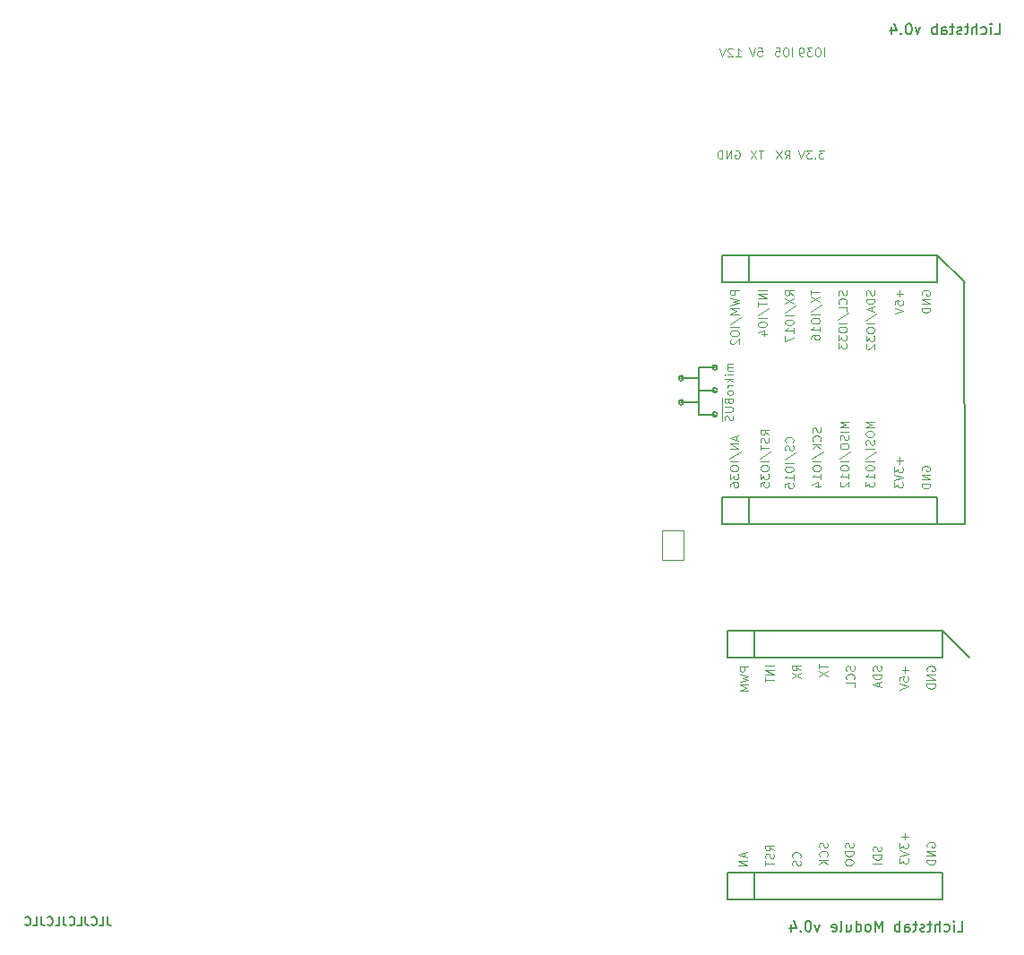
<source format=gbr>
%TF.GenerationSoftware,KiCad,Pcbnew,8.0.1*%
%TF.CreationDate,2024-06-23T23:53:46+02:00*%
%TF.ProjectId,Lichtstab,4c696368-7473-4746-9162-2e6b69636164,rev?*%
%TF.SameCoordinates,Original*%
%TF.FileFunction,Legend,Bot*%
%TF.FilePolarity,Positive*%
%FSLAX46Y46*%
G04 Gerber Fmt 4.6, Leading zero omitted, Abs format (unit mm)*
G04 Created by KiCad (PCBNEW 8.0.1) date 2024-06-23 23:53:46*
%MOMM*%
%LPD*%
G01*
G04 APERTURE LIST*
G04 Aperture macros list*
%AMFreePoly0*
4,1,6,1.000000,0.000000,0.500000,-0.750000,-0.500000,-0.750000,-0.500000,0.750000,0.500000,0.750000,1.000000,0.000000,1.000000,0.000000,$1*%
%AMFreePoly1*
4,1,6,0.500000,-0.750000,-0.650000,-0.750000,-0.150000,0.000000,-0.650000,0.750000,0.500000,0.750000,0.500000,-0.750000,0.500000,-0.750000,$1*%
G04 Aperture macros list end*
%ADD10C,0.080000*%
%ADD11C,0.152400*%
%ADD12C,0.127000*%
%ADD13C,0.120000*%
%ADD14R,1.676400X1.676400*%
%ADD15C,1.524000*%
%ADD16R,1.524000X1.524000*%
%ADD17C,1.700000*%
%ADD18C,2.500000*%
%ADD19O,2.100000X1.000000*%
%ADD20O,1.800000X1.000000*%
%ADD21FreePoly0,90.000000*%
%ADD22FreePoly1,90.000000*%
G04 APERTURE END LIST*
D10*
X151105009Y-52947935D02*
X151105009Y-52147935D01*
X150571676Y-52147935D02*
X150419295Y-52147935D01*
X150419295Y-52147935D02*
X150343105Y-52186030D01*
X150343105Y-52186030D02*
X150266914Y-52262220D01*
X150266914Y-52262220D02*
X150228819Y-52414601D01*
X150228819Y-52414601D02*
X150228819Y-52681268D01*
X150228819Y-52681268D02*
X150266914Y-52833649D01*
X150266914Y-52833649D02*
X150343105Y-52909840D01*
X150343105Y-52909840D02*
X150419295Y-52947935D01*
X150419295Y-52947935D02*
X150571676Y-52947935D01*
X150571676Y-52947935D02*
X150647867Y-52909840D01*
X150647867Y-52909840D02*
X150724057Y-52833649D01*
X150724057Y-52833649D02*
X150762153Y-52681268D01*
X150762153Y-52681268D02*
X150762153Y-52414601D01*
X150762153Y-52414601D02*
X150724057Y-52262220D01*
X150724057Y-52262220D02*
X150647867Y-52186030D01*
X150647867Y-52186030D02*
X150571676Y-52147935D01*
X149962153Y-52147935D02*
X149466915Y-52147935D01*
X149466915Y-52147935D02*
X149733581Y-52452697D01*
X149733581Y-52452697D02*
X149619296Y-52452697D01*
X149619296Y-52452697D02*
X149543105Y-52490792D01*
X149543105Y-52490792D02*
X149505010Y-52528887D01*
X149505010Y-52528887D02*
X149466915Y-52605078D01*
X149466915Y-52605078D02*
X149466915Y-52795554D01*
X149466915Y-52795554D02*
X149505010Y-52871744D01*
X149505010Y-52871744D02*
X149543105Y-52909840D01*
X149543105Y-52909840D02*
X149619296Y-52947935D01*
X149619296Y-52947935D02*
X149847867Y-52947935D01*
X149847867Y-52947935D02*
X149924058Y-52909840D01*
X149924058Y-52909840D02*
X149962153Y-52871744D01*
X149085962Y-52947935D02*
X148933581Y-52947935D01*
X148933581Y-52947935D02*
X148857391Y-52909840D01*
X148857391Y-52909840D02*
X148819295Y-52871744D01*
X148819295Y-52871744D02*
X148743105Y-52757459D01*
X148743105Y-52757459D02*
X148705010Y-52605078D01*
X148705010Y-52605078D02*
X148705010Y-52300316D01*
X148705010Y-52300316D02*
X148743105Y-52224125D01*
X148743105Y-52224125D02*
X148781200Y-52186030D01*
X148781200Y-52186030D02*
X148857391Y-52147935D01*
X148857391Y-52147935D02*
X149009772Y-52147935D01*
X149009772Y-52147935D02*
X149085962Y-52186030D01*
X149085962Y-52186030D02*
X149124057Y-52224125D01*
X149124057Y-52224125D02*
X149162153Y-52300316D01*
X149162153Y-52300316D02*
X149162153Y-52490792D01*
X149162153Y-52490792D02*
X149124057Y-52566982D01*
X149124057Y-52566982D02*
X149085962Y-52605078D01*
X149085962Y-52605078D02*
X149009772Y-52643173D01*
X149009772Y-52643173D02*
X148857391Y-52643173D01*
X148857391Y-52643173D02*
X148781200Y-52605078D01*
X148781200Y-52605078D02*
X148743105Y-52566982D01*
X148743105Y-52566982D02*
X148705010Y-52490792D01*
X147366914Y-62647935D02*
X147633581Y-62266982D01*
X147824057Y-62647935D02*
X147824057Y-61847935D01*
X147824057Y-61847935D02*
X147519295Y-61847935D01*
X147519295Y-61847935D02*
X147443105Y-61886030D01*
X147443105Y-61886030D02*
X147405010Y-61924125D01*
X147405010Y-61924125D02*
X147366914Y-62000316D01*
X147366914Y-62000316D02*
X147366914Y-62114601D01*
X147366914Y-62114601D02*
X147405010Y-62190792D01*
X147405010Y-62190792D02*
X147443105Y-62228887D01*
X147443105Y-62228887D02*
X147519295Y-62266982D01*
X147519295Y-62266982D02*
X147824057Y-62266982D01*
X147100248Y-61847935D02*
X146566914Y-62647935D01*
X146566914Y-61847935D02*
X147100248Y-62647935D01*
X142681200Y-61886030D02*
X142757390Y-61847935D01*
X142757390Y-61847935D02*
X142871676Y-61847935D01*
X142871676Y-61847935D02*
X142985962Y-61886030D01*
X142985962Y-61886030D02*
X143062152Y-61962220D01*
X143062152Y-61962220D02*
X143100247Y-62038411D01*
X143100247Y-62038411D02*
X143138343Y-62190792D01*
X143138343Y-62190792D02*
X143138343Y-62305078D01*
X143138343Y-62305078D02*
X143100247Y-62457459D01*
X143100247Y-62457459D02*
X143062152Y-62533649D01*
X143062152Y-62533649D02*
X142985962Y-62609840D01*
X142985962Y-62609840D02*
X142871676Y-62647935D01*
X142871676Y-62647935D02*
X142795485Y-62647935D01*
X142795485Y-62647935D02*
X142681200Y-62609840D01*
X142681200Y-62609840D02*
X142643104Y-62571744D01*
X142643104Y-62571744D02*
X142643104Y-62305078D01*
X142643104Y-62305078D02*
X142795485Y-62305078D01*
X142300247Y-62647935D02*
X142300247Y-61847935D01*
X142300247Y-61847935D02*
X141843104Y-62647935D01*
X141843104Y-62647935D02*
X141843104Y-61847935D01*
X141462152Y-62647935D02*
X141462152Y-61847935D01*
X141462152Y-61847935D02*
X141271676Y-61847935D01*
X141271676Y-61847935D02*
X141157390Y-61886030D01*
X141157390Y-61886030D02*
X141081200Y-61962220D01*
X141081200Y-61962220D02*
X141043105Y-62038411D01*
X141043105Y-62038411D02*
X141005009Y-62190792D01*
X141005009Y-62190792D02*
X141005009Y-62305078D01*
X141005009Y-62305078D02*
X141043105Y-62457459D01*
X141043105Y-62457459D02*
X141081200Y-62533649D01*
X141081200Y-62533649D02*
X141157390Y-62609840D01*
X141157390Y-62609840D02*
X141271676Y-62647935D01*
X141271676Y-62647935D02*
X141462152Y-62647935D01*
X142752629Y-52997935D02*
X143209772Y-52997935D01*
X142981200Y-52997935D02*
X142981200Y-52197935D01*
X142981200Y-52197935D02*
X143057391Y-52312220D01*
X143057391Y-52312220D02*
X143133581Y-52388411D01*
X143133581Y-52388411D02*
X143209772Y-52426506D01*
X142447867Y-52274125D02*
X142409771Y-52236030D01*
X142409771Y-52236030D02*
X142333581Y-52197935D01*
X142333581Y-52197935D02*
X142143105Y-52197935D01*
X142143105Y-52197935D02*
X142066914Y-52236030D01*
X142066914Y-52236030D02*
X142028819Y-52274125D01*
X142028819Y-52274125D02*
X141990724Y-52350316D01*
X141990724Y-52350316D02*
X141990724Y-52426506D01*
X141990724Y-52426506D02*
X142028819Y-52540792D01*
X142028819Y-52540792D02*
X142485962Y-52997935D01*
X142485962Y-52997935D02*
X141990724Y-52997935D01*
X141762152Y-52197935D02*
X141495485Y-52997935D01*
X141495485Y-52997935D02*
X141228819Y-52197935D01*
X148093104Y-52947935D02*
X148093104Y-52147935D01*
X147559771Y-52147935D02*
X147407390Y-52147935D01*
X147407390Y-52147935D02*
X147331200Y-52186030D01*
X147331200Y-52186030D02*
X147255009Y-52262220D01*
X147255009Y-52262220D02*
X147216914Y-52414601D01*
X147216914Y-52414601D02*
X147216914Y-52681268D01*
X147216914Y-52681268D02*
X147255009Y-52833649D01*
X147255009Y-52833649D02*
X147331200Y-52909840D01*
X147331200Y-52909840D02*
X147407390Y-52947935D01*
X147407390Y-52947935D02*
X147559771Y-52947935D01*
X147559771Y-52947935D02*
X147635962Y-52909840D01*
X147635962Y-52909840D02*
X147712152Y-52833649D01*
X147712152Y-52833649D02*
X147750248Y-52681268D01*
X147750248Y-52681268D02*
X147750248Y-52414601D01*
X147750248Y-52414601D02*
X147712152Y-52262220D01*
X147712152Y-52262220D02*
X147635962Y-52186030D01*
X147635962Y-52186030D02*
X147559771Y-52147935D01*
X146493105Y-52147935D02*
X146874057Y-52147935D01*
X146874057Y-52147935D02*
X146912153Y-52528887D01*
X146912153Y-52528887D02*
X146874057Y-52490792D01*
X146874057Y-52490792D02*
X146797867Y-52452697D01*
X146797867Y-52452697D02*
X146607391Y-52452697D01*
X146607391Y-52452697D02*
X146531200Y-52490792D01*
X146531200Y-52490792D02*
X146493105Y-52528887D01*
X146493105Y-52528887D02*
X146455010Y-52605078D01*
X146455010Y-52605078D02*
X146455010Y-52795554D01*
X146455010Y-52795554D02*
X146493105Y-52871744D01*
X146493105Y-52871744D02*
X146531200Y-52909840D01*
X146531200Y-52909840D02*
X146607391Y-52947935D01*
X146607391Y-52947935D02*
X146797867Y-52947935D01*
X146797867Y-52947935D02*
X146874057Y-52909840D01*
X146874057Y-52909840D02*
X146912153Y-52871744D01*
X151078819Y-61847935D02*
X150583581Y-61847935D01*
X150583581Y-61847935D02*
X150850247Y-62152697D01*
X150850247Y-62152697D02*
X150735962Y-62152697D01*
X150735962Y-62152697D02*
X150659771Y-62190792D01*
X150659771Y-62190792D02*
X150621676Y-62228887D01*
X150621676Y-62228887D02*
X150583581Y-62305078D01*
X150583581Y-62305078D02*
X150583581Y-62495554D01*
X150583581Y-62495554D02*
X150621676Y-62571744D01*
X150621676Y-62571744D02*
X150659771Y-62609840D01*
X150659771Y-62609840D02*
X150735962Y-62647935D01*
X150735962Y-62647935D02*
X150964533Y-62647935D01*
X150964533Y-62647935D02*
X151040724Y-62609840D01*
X151040724Y-62609840D02*
X151078819Y-62571744D01*
X150240723Y-62571744D02*
X150202628Y-62609840D01*
X150202628Y-62609840D02*
X150240723Y-62647935D01*
X150240723Y-62647935D02*
X150278819Y-62609840D01*
X150278819Y-62609840D02*
X150240723Y-62571744D01*
X150240723Y-62571744D02*
X150240723Y-62647935D01*
X149935962Y-61847935D02*
X149440724Y-61847935D01*
X149440724Y-61847935D02*
X149707390Y-62152697D01*
X149707390Y-62152697D02*
X149593105Y-62152697D01*
X149593105Y-62152697D02*
X149516914Y-62190792D01*
X149516914Y-62190792D02*
X149478819Y-62228887D01*
X149478819Y-62228887D02*
X149440724Y-62305078D01*
X149440724Y-62305078D02*
X149440724Y-62495554D01*
X149440724Y-62495554D02*
X149478819Y-62571744D01*
X149478819Y-62571744D02*
X149516914Y-62609840D01*
X149516914Y-62609840D02*
X149593105Y-62647935D01*
X149593105Y-62647935D02*
X149821676Y-62647935D01*
X149821676Y-62647935D02*
X149897867Y-62609840D01*
X149897867Y-62609840D02*
X149935962Y-62571744D01*
X149212152Y-61847935D02*
X148945485Y-62647935D01*
X148945485Y-62647935D02*
X148678819Y-61847935D01*
X144828819Y-52147935D02*
X145209771Y-52147935D01*
X145209771Y-52147935D02*
X145247867Y-52528887D01*
X145247867Y-52528887D02*
X145209771Y-52490792D01*
X145209771Y-52490792D02*
X145133581Y-52452697D01*
X145133581Y-52452697D02*
X144943105Y-52452697D01*
X144943105Y-52452697D02*
X144866914Y-52490792D01*
X144866914Y-52490792D02*
X144828819Y-52528887D01*
X144828819Y-52528887D02*
X144790724Y-52605078D01*
X144790724Y-52605078D02*
X144790724Y-52795554D01*
X144790724Y-52795554D02*
X144828819Y-52871744D01*
X144828819Y-52871744D02*
X144866914Y-52909840D01*
X144866914Y-52909840D02*
X144943105Y-52947935D01*
X144943105Y-52947935D02*
X145133581Y-52947935D01*
X145133581Y-52947935D02*
X145209771Y-52909840D01*
X145209771Y-52909840D02*
X145247867Y-52871744D01*
X144562152Y-52147935D02*
X144295485Y-52947935D01*
X144295485Y-52947935D02*
X144028819Y-52147935D01*
X145347867Y-61847935D02*
X144890724Y-61847935D01*
X145119296Y-62647935D02*
X145119296Y-61847935D01*
X144700248Y-61847935D02*
X144166914Y-62647935D01*
X144166914Y-61847935D02*
X144700248Y-62647935D01*
D11*
X163685451Y-135669694D02*
X164161641Y-135669694D01*
X164161641Y-135669694D02*
X164161641Y-134669694D01*
X163352117Y-135669694D02*
X163352117Y-135003027D01*
X163352117Y-134669694D02*
X163399736Y-134717313D01*
X163399736Y-134717313D02*
X163352117Y-134764932D01*
X163352117Y-134764932D02*
X163304498Y-134717313D01*
X163304498Y-134717313D02*
X163352117Y-134669694D01*
X163352117Y-134669694D02*
X163352117Y-134764932D01*
X162447356Y-135622075D02*
X162542594Y-135669694D01*
X162542594Y-135669694D02*
X162733070Y-135669694D01*
X162733070Y-135669694D02*
X162828308Y-135622075D01*
X162828308Y-135622075D02*
X162875927Y-135574455D01*
X162875927Y-135574455D02*
X162923546Y-135479217D01*
X162923546Y-135479217D02*
X162923546Y-135193503D01*
X162923546Y-135193503D02*
X162875927Y-135098265D01*
X162875927Y-135098265D02*
X162828308Y-135050646D01*
X162828308Y-135050646D02*
X162733070Y-135003027D01*
X162733070Y-135003027D02*
X162542594Y-135003027D01*
X162542594Y-135003027D02*
X162447356Y-135050646D01*
X162018784Y-135669694D02*
X162018784Y-134669694D01*
X161590213Y-135669694D02*
X161590213Y-135145884D01*
X161590213Y-135145884D02*
X161637832Y-135050646D01*
X161637832Y-135050646D02*
X161733070Y-135003027D01*
X161733070Y-135003027D02*
X161875927Y-135003027D01*
X161875927Y-135003027D02*
X161971165Y-135050646D01*
X161971165Y-135050646D02*
X162018784Y-135098265D01*
X161256879Y-135003027D02*
X160875927Y-135003027D01*
X161114022Y-134669694D02*
X161114022Y-135526836D01*
X161114022Y-135526836D02*
X161066403Y-135622075D01*
X161066403Y-135622075D02*
X160971165Y-135669694D01*
X160971165Y-135669694D02*
X160875927Y-135669694D01*
X160590212Y-135622075D02*
X160494974Y-135669694D01*
X160494974Y-135669694D02*
X160304498Y-135669694D01*
X160304498Y-135669694D02*
X160209260Y-135622075D01*
X160209260Y-135622075D02*
X160161641Y-135526836D01*
X160161641Y-135526836D02*
X160161641Y-135479217D01*
X160161641Y-135479217D02*
X160209260Y-135383979D01*
X160209260Y-135383979D02*
X160304498Y-135336360D01*
X160304498Y-135336360D02*
X160447355Y-135336360D01*
X160447355Y-135336360D02*
X160542593Y-135288741D01*
X160542593Y-135288741D02*
X160590212Y-135193503D01*
X160590212Y-135193503D02*
X160590212Y-135145884D01*
X160590212Y-135145884D02*
X160542593Y-135050646D01*
X160542593Y-135050646D02*
X160447355Y-135003027D01*
X160447355Y-135003027D02*
X160304498Y-135003027D01*
X160304498Y-135003027D02*
X160209260Y-135050646D01*
X159875926Y-135003027D02*
X159494974Y-135003027D01*
X159733069Y-134669694D02*
X159733069Y-135526836D01*
X159733069Y-135526836D02*
X159685450Y-135622075D01*
X159685450Y-135622075D02*
X159590212Y-135669694D01*
X159590212Y-135669694D02*
X159494974Y-135669694D01*
X158733069Y-135669694D02*
X158733069Y-135145884D01*
X158733069Y-135145884D02*
X158780688Y-135050646D01*
X158780688Y-135050646D02*
X158875926Y-135003027D01*
X158875926Y-135003027D02*
X159066402Y-135003027D01*
X159066402Y-135003027D02*
X159161640Y-135050646D01*
X158733069Y-135622075D02*
X158828307Y-135669694D01*
X158828307Y-135669694D02*
X159066402Y-135669694D01*
X159066402Y-135669694D02*
X159161640Y-135622075D01*
X159161640Y-135622075D02*
X159209259Y-135526836D01*
X159209259Y-135526836D02*
X159209259Y-135431598D01*
X159209259Y-135431598D02*
X159161640Y-135336360D01*
X159161640Y-135336360D02*
X159066402Y-135288741D01*
X159066402Y-135288741D02*
X158828307Y-135288741D01*
X158828307Y-135288741D02*
X158733069Y-135241122D01*
X158256878Y-135669694D02*
X158256878Y-134669694D01*
X158256878Y-135050646D02*
X158161640Y-135003027D01*
X158161640Y-135003027D02*
X157971164Y-135003027D01*
X157971164Y-135003027D02*
X157875926Y-135050646D01*
X157875926Y-135050646D02*
X157828307Y-135098265D01*
X157828307Y-135098265D02*
X157780688Y-135193503D01*
X157780688Y-135193503D02*
X157780688Y-135479217D01*
X157780688Y-135479217D02*
X157828307Y-135574455D01*
X157828307Y-135574455D02*
X157875926Y-135622075D01*
X157875926Y-135622075D02*
X157971164Y-135669694D01*
X157971164Y-135669694D02*
X158161640Y-135669694D01*
X158161640Y-135669694D02*
X158256878Y-135622075D01*
X156590211Y-135669694D02*
X156590211Y-134669694D01*
X156590211Y-134669694D02*
X156256878Y-135383979D01*
X156256878Y-135383979D02*
X155923545Y-134669694D01*
X155923545Y-134669694D02*
X155923545Y-135669694D01*
X155304497Y-135669694D02*
X155399735Y-135622075D01*
X155399735Y-135622075D02*
X155447354Y-135574455D01*
X155447354Y-135574455D02*
X155494973Y-135479217D01*
X155494973Y-135479217D02*
X155494973Y-135193503D01*
X155494973Y-135193503D02*
X155447354Y-135098265D01*
X155447354Y-135098265D02*
X155399735Y-135050646D01*
X155399735Y-135050646D02*
X155304497Y-135003027D01*
X155304497Y-135003027D02*
X155161640Y-135003027D01*
X155161640Y-135003027D02*
X155066402Y-135050646D01*
X155066402Y-135050646D02*
X155018783Y-135098265D01*
X155018783Y-135098265D02*
X154971164Y-135193503D01*
X154971164Y-135193503D02*
X154971164Y-135479217D01*
X154971164Y-135479217D02*
X155018783Y-135574455D01*
X155018783Y-135574455D02*
X155066402Y-135622075D01*
X155066402Y-135622075D02*
X155161640Y-135669694D01*
X155161640Y-135669694D02*
X155304497Y-135669694D01*
X154114021Y-135669694D02*
X154114021Y-134669694D01*
X154114021Y-135622075D02*
X154209259Y-135669694D01*
X154209259Y-135669694D02*
X154399735Y-135669694D01*
X154399735Y-135669694D02*
X154494973Y-135622075D01*
X154494973Y-135622075D02*
X154542592Y-135574455D01*
X154542592Y-135574455D02*
X154590211Y-135479217D01*
X154590211Y-135479217D02*
X154590211Y-135193503D01*
X154590211Y-135193503D02*
X154542592Y-135098265D01*
X154542592Y-135098265D02*
X154494973Y-135050646D01*
X154494973Y-135050646D02*
X154399735Y-135003027D01*
X154399735Y-135003027D02*
X154209259Y-135003027D01*
X154209259Y-135003027D02*
X154114021Y-135050646D01*
X153209259Y-135003027D02*
X153209259Y-135669694D01*
X153637830Y-135003027D02*
X153637830Y-135526836D01*
X153637830Y-135526836D02*
X153590211Y-135622075D01*
X153590211Y-135622075D02*
X153494973Y-135669694D01*
X153494973Y-135669694D02*
X153352116Y-135669694D01*
X153352116Y-135669694D02*
X153256878Y-135622075D01*
X153256878Y-135622075D02*
X153209259Y-135574455D01*
X152590211Y-135669694D02*
X152685449Y-135622075D01*
X152685449Y-135622075D02*
X152733068Y-135526836D01*
X152733068Y-135526836D02*
X152733068Y-134669694D01*
X151828306Y-135622075D02*
X151923544Y-135669694D01*
X151923544Y-135669694D02*
X152114020Y-135669694D01*
X152114020Y-135669694D02*
X152209258Y-135622075D01*
X152209258Y-135622075D02*
X152256877Y-135526836D01*
X152256877Y-135526836D02*
X152256877Y-135145884D01*
X152256877Y-135145884D02*
X152209258Y-135050646D01*
X152209258Y-135050646D02*
X152114020Y-135003027D01*
X152114020Y-135003027D02*
X151923544Y-135003027D01*
X151923544Y-135003027D02*
X151828306Y-135050646D01*
X151828306Y-135050646D02*
X151780687Y-135145884D01*
X151780687Y-135145884D02*
X151780687Y-135241122D01*
X151780687Y-135241122D02*
X152256877Y-135336360D01*
X150685448Y-135003027D02*
X150447353Y-135669694D01*
X150447353Y-135669694D02*
X150209258Y-135003027D01*
X149637829Y-134669694D02*
X149542591Y-134669694D01*
X149542591Y-134669694D02*
X149447353Y-134717313D01*
X149447353Y-134717313D02*
X149399734Y-134764932D01*
X149399734Y-134764932D02*
X149352115Y-134860170D01*
X149352115Y-134860170D02*
X149304496Y-135050646D01*
X149304496Y-135050646D02*
X149304496Y-135288741D01*
X149304496Y-135288741D02*
X149352115Y-135479217D01*
X149352115Y-135479217D02*
X149399734Y-135574455D01*
X149399734Y-135574455D02*
X149447353Y-135622075D01*
X149447353Y-135622075D02*
X149542591Y-135669694D01*
X149542591Y-135669694D02*
X149637829Y-135669694D01*
X149637829Y-135669694D02*
X149733067Y-135622075D01*
X149733067Y-135622075D02*
X149780686Y-135574455D01*
X149780686Y-135574455D02*
X149828305Y-135479217D01*
X149828305Y-135479217D02*
X149875924Y-135288741D01*
X149875924Y-135288741D02*
X149875924Y-135050646D01*
X149875924Y-135050646D02*
X149828305Y-134860170D01*
X149828305Y-134860170D02*
X149780686Y-134764932D01*
X149780686Y-134764932D02*
X149733067Y-134717313D01*
X149733067Y-134717313D02*
X149637829Y-134669694D01*
X148875924Y-135574455D02*
X148828305Y-135622075D01*
X148828305Y-135622075D02*
X148875924Y-135669694D01*
X148875924Y-135669694D02*
X148923543Y-135622075D01*
X148923543Y-135622075D02*
X148875924Y-135574455D01*
X148875924Y-135574455D02*
X148875924Y-135669694D01*
X147971163Y-135003027D02*
X147971163Y-135669694D01*
X148209258Y-134622075D02*
X148447353Y-135336360D01*
X148447353Y-135336360D02*
X147828306Y-135336360D01*
X83373984Y-134279803D02*
X83373984Y-134860375D01*
X83373984Y-134860375D02*
X83412689Y-134976489D01*
X83412689Y-134976489D02*
X83490098Y-135053899D01*
X83490098Y-135053899D02*
X83606213Y-135092603D01*
X83606213Y-135092603D02*
X83683622Y-135092603D01*
X82599889Y-135092603D02*
X82986937Y-135092603D01*
X82986937Y-135092603D02*
X82986937Y-134279803D01*
X81864499Y-135015194D02*
X81903203Y-135053899D01*
X81903203Y-135053899D02*
X82019318Y-135092603D01*
X82019318Y-135092603D02*
X82096727Y-135092603D01*
X82096727Y-135092603D02*
X82212841Y-135053899D01*
X82212841Y-135053899D02*
X82290251Y-134976489D01*
X82290251Y-134976489D02*
X82328956Y-134899079D01*
X82328956Y-134899079D02*
X82367660Y-134744260D01*
X82367660Y-134744260D02*
X82367660Y-134628146D01*
X82367660Y-134628146D02*
X82328956Y-134473327D01*
X82328956Y-134473327D02*
X82290251Y-134395918D01*
X82290251Y-134395918D02*
X82212841Y-134318508D01*
X82212841Y-134318508D02*
X82096727Y-134279803D01*
X82096727Y-134279803D02*
X82019318Y-134279803D01*
X82019318Y-134279803D02*
X81903203Y-134318508D01*
X81903203Y-134318508D02*
X81864499Y-134357213D01*
X81283927Y-134279803D02*
X81283927Y-134860375D01*
X81283927Y-134860375D02*
X81322632Y-134976489D01*
X81322632Y-134976489D02*
X81400041Y-135053899D01*
X81400041Y-135053899D02*
X81516156Y-135092603D01*
X81516156Y-135092603D02*
X81593565Y-135092603D01*
X80509832Y-135092603D02*
X80896880Y-135092603D01*
X80896880Y-135092603D02*
X80896880Y-134279803D01*
X79774442Y-135015194D02*
X79813146Y-135053899D01*
X79813146Y-135053899D02*
X79929261Y-135092603D01*
X79929261Y-135092603D02*
X80006670Y-135092603D01*
X80006670Y-135092603D02*
X80122784Y-135053899D01*
X80122784Y-135053899D02*
X80200194Y-134976489D01*
X80200194Y-134976489D02*
X80238899Y-134899079D01*
X80238899Y-134899079D02*
X80277603Y-134744260D01*
X80277603Y-134744260D02*
X80277603Y-134628146D01*
X80277603Y-134628146D02*
X80238899Y-134473327D01*
X80238899Y-134473327D02*
X80200194Y-134395918D01*
X80200194Y-134395918D02*
X80122784Y-134318508D01*
X80122784Y-134318508D02*
X80006670Y-134279803D01*
X80006670Y-134279803D02*
X79929261Y-134279803D01*
X79929261Y-134279803D02*
X79813146Y-134318508D01*
X79813146Y-134318508D02*
X79774442Y-134357213D01*
X79193870Y-134279803D02*
X79193870Y-134860375D01*
X79193870Y-134860375D02*
X79232575Y-134976489D01*
X79232575Y-134976489D02*
X79309984Y-135053899D01*
X79309984Y-135053899D02*
X79426099Y-135092603D01*
X79426099Y-135092603D02*
X79503508Y-135092603D01*
X78419775Y-135092603D02*
X78806823Y-135092603D01*
X78806823Y-135092603D02*
X78806823Y-134279803D01*
X77684385Y-135015194D02*
X77723089Y-135053899D01*
X77723089Y-135053899D02*
X77839204Y-135092603D01*
X77839204Y-135092603D02*
X77916613Y-135092603D01*
X77916613Y-135092603D02*
X78032727Y-135053899D01*
X78032727Y-135053899D02*
X78110137Y-134976489D01*
X78110137Y-134976489D02*
X78148842Y-134899079D01*
X78148842Y-134899079D02*
X78187546Y-134744260D01*
X78187546Y-134744260D02*
X78187546Y-134628146D01*
X78187546Y-134628146D02*
X78148842Y-134473327D01*
X78148842Y-134473327D02*
X78110137Y-134395918D01*
X78110137Y-134395918D02*
X78032727Y-134318508D01*
X78032727Y-134318508D02*
X77916613Y-134279803D01*
X77916613Y-134279803D02*
X77839204Y-134279803D01*
X77839204Y-134279803D02*
X77723089Y-134318508D01*
X77723089Y-134318508D02*
X77684385Y-134357213D01*
X77103813Y-134279803D02*
X77103813Y-134860375D01*
X77103813Y-134860375D02*
X77142518Y-134976489D01*
X77142518Y-134976489D02*
X77219927Y-135053899D01*
X77219927Y-135053899D02*
X77336042Y-135092603D01*
X77336042Y-135092603D02*
X77413451Y-135092603D01*
X76329718Y-135092603D02*
X76716766Y-135092603D01*
X76716766Y-135092603D02*
X76716766Y-134279803D01*
X75594328Y-135015194D02*
X75633032Y-135053899D01*
X75633032Y-135053899D02*
X75749147Y-135092603D01*
X75749147Y-135092603D02*
X75826556Y-135092603D01*
X75826556Y-135092603D02*
X75942670Y-135053899D01*
X75942670Y-135053899D02*
X76020080Y-134976489D01*
X76020080Y-134976489D02*
X76058785Y-134899079D01*
X76058785Y-134899079D02*
X76097489Y-134744260D01*
X76097489Y-134744260D02*
X76097489Y-134628146D01*
X76097489Y-134628146D02*
X76058785Y-134473327D01*
X76058785Y-134473327D02*
X76020080Y-134395918D01*
X76020080Y-134395918D02*
X75942670Y-134318508D01*
X75942670Y-134318508D02*
X75826556Y-134279803D01*
X75826556Y-134279803D02*
X75749147Y-134279803D01*
X75749147Y-134279803D02*
X75633032Y-134318508D01*
X75633032Y-134318508D02*
X75594328Y-134357213D01*
X167185451Y-50869694D02*
X167661641Y-50869694D01*
X167661641Y-50869694D02*
X167661641Y-49869694D01*
X166852117Y-50869694D02*
X166852117Y-50203027D01*
X166852117Y-49869694D02*
X166899736Y-49917313D01*
X166899736Y-49917313D02*
X166852117Y-49964932D01*
X166852117Y-49964932D02*
X166804498Y-49917313D01*
X166804498Y-49917313D02*
X166852117Y-49869694D01*
X166852117Y-49869694D02*
X166852117Y-49964932D01*
X165947356Y-50822075D02*
X166042594Y-50869694D01*
X166042594Y-50869694D02*
X166233070Y-50869694D01*
X166233070Y-50869694D02*
X166328308Y-50822075D01*
X166328308Y-50822075D02*
X166375927Y-50774455D01*
X166375927Y-50774455D02*
X166423546Y-50679217D01*
X166423546Y-50679217D02*
X166423546Y-50393503D01*
X166423546Y-50393503D02*
X166375927Y-50298265D01*
X166375927Y-50298265D02*
X166328308Y-50250646D01*
X166328308Y-50250646D02*
X166233070Y-50203027D01*
X166233070Y-50203027D02*
X166042594Y-50203027D01*
X166042594Y-50203027D02*
X165947356Y-50250646D01*
X165518784Y-50869694D02*
X165518784Y-49869694D01*
X165090213Y-50869694D02*
X165090213Y-50345884D01*
X165090213Y-50345884D02*
X165137832Y-50250646D01*
X165137832Y-50250646D02*
X165233070Y-50203027D01*
X165233070Y-50203027D02*
X165375927Y-50203027D01*
X165375927Y-50203027D02*
X165471165Y-50250646D01*
X165471165Y-50250646D02*
X165518784Y-50298265D01*
X164756879Y-50203027D02*
X164375927Y-50203027D01*
X164614022Y-49869694D02*
X164614022Y-50726836D01*
X164614022Y-50726836D02*
X164566403Y-50822075D01*
X164566403Y-50822075D02*
X164471165Y-50869694D01*
X164471165Y-50869694D02*
X164375927Y-50869694D01*
X164090212Y-50822075D02*
X163994974Y-50869694D01*
X163994974Y-50869694D02*
X163804498Y-50869694D01*
X163804498Y-50869694D02*
X163709260Y-50822075D01*
X163709260Y-50822075D02*
X163661641Y-50726836D01*
X163661641Y-50726836D02*
X163661641Y-50679217D01*
X163661641Y-50679217D02*
X163709260Y-50583979D01*
X163709260Y-50583979D02*
X163804498Y-50536360D01*
X163804498Y-50536360D02*
X163947355Y-50536360D01*
X163947355Y-50536360D02*
X164042593Y-50488741D01*
X164042593Y-50488741D02*
X164090212Y-50393503D01*
X164090212Y-50393503D02*
X164090212Y-50345884D01*
X164090212Y-50345884D02*
X164042593Y-50250646D01*
X164042593Y-50250646D02*
X163947355Y-50203027D01*
X163947355Y-50203027D02*
X163804498Y-50203027D01*
X163804498Y-50203027D02*
X163709260Y-50250646D01*
X163375926Y-50203027D02*
X162994974Y-50203027D01*
X163233069Y-49869694D02*
X163233069Y-50726836D01*
X163233069Y-50726836D02*
X163185450Y-50822075D01*
X163185450Y-50822075D02*
X163090212Y-50869694D01*
X163090212Y-50869694D02*
X162994974Y-50869694D01*
X162233069Y-50869694D02*
X162233069Y-50345884D01*
X162233069Y-50345884D02*
X162280688Y-50250646D01*
X162280688Y-50250646D02*
X162375926Y-50203027D01*
X162375926Y-50203027D02*
X162566402Y-50203027D01*
X162566402Y-50203027D02*
X162661640Y-50250646D01*
X162233069Y-50822075D02*
X162328307Y-50869694D01*
X162328307Y-50869694D02*
X162566402Y-50869694D01*
X162566402Y-50869694D02*
X162661640Y-50822075D01*
X162661640Y-50822075D02*
X162709259Y-50726836D01*
X162709259Y-50726836D02*
X162709259Y-50631598D01*
X162709259Y-50631598D02*
X162661640Y-50536360D01*
X162661640Y-50536360D02*
X162566402Y-50488741D01*
X162566402Y-50488741D02*
X162328307Y-50488741D01*
X162328307Y-50488741D02*
X162233069Y-50441122D01*
X161756878Y-50869694D02*
X161756878Y-49869694D01*
X161756878Y-50250646D02*
X161661640Y-50203027D01*
X161661640Y-50203027D02*
X161471164Y-50203027D01*
X161471164Y-50203027D02*
X161375926Y-50250646D01*
X161375926Y-50250646D02*
X161328307Y-50298265D01*
X161328307Y-50298265D02*
X161280688Y-50393503D01*
X161280688Y-50393503D02*
X161280688Y-50679217D01*
X161280688Y-50679217D02*
X161328307Y-50774455D01*
X161328307Y-50774455D02*
X161375926Y-50822075D01*
X161375926Y-50822075D02*
X161471164Y-50869694D01*
X161471164Y-50869694D02*
X161661640Y-50869694D01*
X161661640Y-50869694D02*
X161756878Y-50822075D01*
X160185449Y-50203027D02*
X159947354Y-50869694D01*
X159947354Y-50869694D02*
X159709259Y-50203027D01*
X159137830Y-49869694D02*
X159042592Y-49869694D01*
X159042592Y-49869694D02*
X158947354Y-49917313D01*
X158947354Y-49917313D02*
X158899735Y-49964932D01*
X158899735Y-49964932D02*
X158852116Y-50060170D01*
X158852116Y-50060170D02*
X158804497Y-50250646D01*
X158804497Y-50250646D02*
X158804497Y-50488741D01*
X158804497Y-50488741D02*
X158852116Y-50679217D01*
X158852116Y-50679217D02*
X158899735Y-50774455D01*
X158899735Y-50774455D02*
X158947354Y-50822075D01*
X158947354Y-50822075D02*
X159042592Y-50869694D01*
X159042592Y-50869694D02*
X159137830Y-50869694D01*
X159137830Y-50869694D02*
X159233068Y-50822075D01*
X159233068Y-50822075D02*
X159280687Y-50774455D01*
X159280687Y-50774455D02*
X159328306Y-50679217D01*
X159328306Y-50679217D02*
X159375925Y-50488741D01*
X159375925Y-50488741D02*
X159375925Y-50250646D01*
X159375925Y-50250646D02*
X159328306Y-50060170D01*
X159328306Y-50060170D02*
X159280687Y-49964932D01*
X159280687Y-49964932D02*
X159233068Y-49917313D01*
X159233068Y-49917313D02*
X159137830Y-49869694D01*
X158375925Y-50774455D02*
X158328306Y-50822075D01*
X158328306Y-50822075D02*
X158375925Y-50869694D01*
X158375925Y-50869694D02*
X158423544Y-50822075D01*
X158423544Y-50822075D02*
X158375925Y-50774455D01*
X158375925Y-50774455D02*
X158375925Y-50869694D01*
X157471164Y-50203027D02*
X157471164Y-50869694D01*
X157709259Y-49822075D02*
X157947354Y-50536360D01*
X157947354Y-50536360D02*
X157328307Y-50536360D01*
D10*
X146355935Y-110551391D02*
X145555935Y-110551391D01*
X146355935Y-110932343D02*
X145555935Y-110932343D01*
X145555935Y-110932343D02*
X146355935Y-111389486D01*
X146355935Y-111389486D02*
X145555935Y-111389486D01*
X145555935Y-111656152D02*
X145555935Y-112113295D01*
X146355935Y-111884723D02*
X145555935Y-111884723D01*
X148794344Y-128694667D02*
X148832440Y-128656571D01*
X148832440Y-128656571D02*
X148870535Y-128542286D01*
X148870535Y-128542286D02*
X148870535Y-128466095D01*
X148870535Y-128466095D02*
X148832440Y-128351809D01*
X148832440Y-128351809D02*
X148756249Y-128275619D01*
X148756249Y-128275619D02*
X148680059Y-128237524D01*
X148680059Y-128237524D02*
X148527678Y-128199428D01*
X148527678Y-128199428D02*
X148413392Y-128199428D01*
X148413392Y-128199428D02*
X148261011Y-128237524D01*
X148261011Y-128237524D02*
X148184820Y-128275619D01*
X148184820Y-128275619D02*
X148108630Y-128351809D01*
X148108630Y-128351809D02*
X148070535Y-128466095D01*
X148070535Y-128466095D02*
X148070535Y-128542286D01*
X148070535Y-128542286D02*
X148108630Y-128656571D01*
X148108630Y-128656571D02*
X148146725Y-128694667D01*
X148832440Y-128999428D02*
X148870535Y-129113714D01*
X148870535Y-129113714D02*
X148870535Y-129304190D01*
X148870535Y-129304190D02*
X148832440Y-129380381D01*
X148832440Y-129380381D02*
X148794344Y-129418476D01*
X148794344Y-129418476D02*
X148718154Y-129456571D01*
X148718154Y-129456571D02*
X148641963Y-129456571D01*
X148641963Y-129456571D02*
X148565773Y-129418476D01*
X148565773Y-129418476D02*
X148527678Y-129380381D01*
X148527678Y-129380381D02*
X148489582Y-129304190D01*
X148489582Y-129304190D02*
X148451487Y-129151809D01*
X148451487Y-129151809D02*
X148413392Y-129075619D01*
X148413392Y-129075619D02*
X148375297Y-129037524D01*
X148375297Y-129037524D02*
X148299106Y-128999428D01*
X148299106Y-128999428D02*
X148222916Y-128999428D01*
X148222916Y-128999428D02*
X148146725Y-129037524D01*
X148146725Y-129037524D02*
X148108630Y-129075619D01*
X148108630Y-129075619D02*
X148070535Y-129151809D01*
X148070535Y-129151809D02*
X148070535Y-129342286D01*
X148070535Y-129342286D02*
X148108630Y-129456571D01*
X151397840Y-127299428D02*
X151435935Y-127413714D01*
X151435935Y-127413714D02*
X151435935Y-127604190D01*
X151435935Y-127604190D02*
X151397840Y-127680381D01*
X151397840Y-127680381D02*
X151359744Y-127718476D01*
X151359744Y-127718476D02*
X151283554Y-127756571D01*
X151283554Y-127756571D02*
X151207363Y-127756571D01*
X151207363Y-127756571D02*
X151131173Y-127718476D01*
X151131173Y-127718476D02*
X151093078Y-127680381D01*
X151093078Y-127680381D02*
X151054982Y-127604190D01*
X151054982Y-127604190D02*
X151016887Y-127451809D01*
X151016887Y-127451809D02*
X150978792Y-127375619D01*
X150978792Y-127375619D02*
X150940697Y-127337524D01*
X150940697Y-127337524D02*
X150864506Y-127299428D01*
X150864506Y-127299428D02*
X150788316Y-127299428D01*
X150788316Y-127299428D02*
X150712125Y-127337524D01*
X150712125Y-127337524D02*
X150674030Y-127375619D01*
X150674030Y-127375619D02*
X150635935Y-127451809D01*
X150635935Y-127451809D02*
X150635935Y-127642286D01*
X150635935Y-127642286D02*
X150674030Y-127756571D01*
X151359744Y-128556572D02*
X151397840Y-128518476D01*
X151397840Y-128518476D02*
X151435935Y-128404191D01*
X151435935Y-128404191D02*
X151435935Y-128328000D01*
X151435935Y-128328000D02*
X151397840Y-128213714D01*
X151397840Y-128213714D02*
X151321649Y-128137524D01*
X151321649Y-128137524D02*
X151245459Y-128099429D01*
X151245459Y-128099429D02*
X151093078Y-128061333D01*
X151093078Y-128061333D02*
X150978792Y-128061333D01*
X150978792Y-128061333D02*
X150826411Y-128099429D01*
X150826411Y-128099429D02*
X150750220Y-128137524D01*
X150750220Y-128137524D02*
X150674030Y-128213714D01*
X150674030Y-128213714D02*
X150635935Y-128328000D01*
X150635935Y-128328000D02*
X150635935Y-128404191D01*
X150635935Y-128404191D02*
X150674030Y-128518476D01*
X150674030Y-128518476D02*
X150712125Y-128556572D01*
X151435935Y-128899429D02*
X150635935Y-128899429D01*
X151435935Y-129356572D02*
X150978792Y-129013714D01*
X150635935Y-129356572D02*
X151093078Y-128899429D01*
X150635935Y-110379962D02*
X150635935Y-110837105D01*
X151435935Y-110608533D02*
X150635935Y-110608533D01*
X150635935Y-111027581D02*
X151435935Y-111560915D01*
X150635935Y-111560915D02*
X151435935Y-111027581D01*
X153822840Y-127302380D02*
X153860935Y-127416666D01*
X153860935Y-127416666D02*
X153860935Y-127607142D01*
X153860935Y-127607142D02*
X153822840Y-127683333D01*
X153822840Y-127683333D02*
X153784744Y-127721428D01*
X153784744Y-127721428D02*
X153708554Y-127759523D01*
X153708554Y-127759523D02*
X153632363Y-127759523D01*
X153632363Y-127759523D02*
X153556173Y-127721428D01*
X153556173Y-127721428D02*
X153518078Y-127683333D01*
X153518078Y-127683333D02*
X153479982Y-127607142D01*
X153479982Y-127607142D02*
X153441887Y-127454761D01*
X153441887Y-127454761D02*
X153403792Y-127378571D01*
X153403792Y-127378571D02*
X153365697Y-127340476D01*
X153365697Y-127340476D02*
X153289506Y-127302380D01*
X153289506Y-127302380D02*
X153213316Y-127302380D01*
X153213316Y-127302380D02*
X153137125Y-127340476D01*
X153137125Y-127340476D02*
X153099030Y-127378571D01*
X153099030Y-127378571D02*
X153060935Y-127454761D01*
X153060935Y-127454761D02*
X153060935Y-127645238D01*
X153060935Y-127645238D02*
X153099030Y-127759523D01*
X153860935Y-128102381D02*
X153060935Y-128102381D01*
X153060935Y-128102381D02*
X153060935Y-128292857D01*
X153060935Y-128292857D02*
X153099030Y-128407143D01*
X153099030Y-128407143D02*
X153175220Y-128483333D01*
X153175220Y-128483333D02*
X153251411Y-128521428D01*
X153251411Y-128521428D02*
X153403792Y-128559524D01*
X153403792Y-128559524D02*
X153518078Y-128559524D01*
X153518078Y-128559524D02*
X153670459Y-128521428D01*
X153670459Y-128521428D02*
X153746649Y-128483333D01*
X153746649Y-128483333D02*
X153822840Y-128407143D01*
X153822840Y-128407143D02*
X153860935Y-128292857D01*
X153860935Y-128292857D02*
X153860935Y-128102381D01*
X153060935Y-129054762D02*
X153060935Y-129207143D01*
X153060935Y-129207143D02*
X153099030Y-129283333D01*
X153099030Y-129283333D02*
X153175220Y-129359524D01*
X153175220Y-129359524D02*
X153327601Y-129397619D01*
X153327601Y-129397619D02*
X153594268Y-129397619D01*
X153594268Y-129397619D02*
X153746649Y-129359524D01*
X153746649Y-129359524D02*
X153822840Y-129283333D01*
X153822840Y-129283333D02*
X153860935Y-129207143D01*
X153860935Y-129207143D02*
X153860935Y-129054762D01*
X153860935Y-129054762D02*
X153822840Y-128978571D01*
X153822840Y-128978571D02*
X153746649Y-128902381D01*
X153746649Y-128902381D02*
X153594268Y-128864285D01*
X153594268Y-128864285D02*
X153327601Y-128864285D01*
X153327601Y-128864285D02*
X153175220Y-128902381D01*
X153175220Y-128902381D02*
X153099030Y-128978571D01*
X153099030Y-128978571D02*
X153060935Y-129054762D01*
X153937840Y-110560914D02*
X153975935Y-110675200D01*
X153975935Y-110675200D02*
X153975935Y-110865676D01*
X153975935Y-110865676D02*
X153937840Y-110941867D01*
X153937840Y-110941867D02*
X153899744Y-110979962D01*
X153899744Y-110979962D02*
X153823554Y-111018057D01*
X153823554Y-111018057D02*
X153747363Y-111018057D01*
X153747363Y-111018057D02*
X153671173Y-110979962D01*
X153671173Y-110979962D02*
X153633078Y-110941867D01*
X153633078Y-110941867D02*
X153594982Y-110865676D01*
X153594982Y-110865676D02*
X153556887Y-110713295D01*
X153556887Y-110713295D02*
X153518792Y-110637105D01*
X153518792Y-110637105D02*
X153480697Y-110599010D01*
X153480697Y-110599010D02*
X153404506Y-110560914D01*
X153404506Y-110560914D02*
X153328316Y-110560914D01*
X153328316Y-110560914D02*
X153252125Y-110599010D01*
X153252125Y-110599010D02*
X153214030Y-110637105D01*
X153214030Y-110637105D02*
X153175935Y-110713295D01*
X153175935Y-110713295D02*
X153175935Y-110903772D01*
X153175935Y-110903772D02*
X153214030Y-111018057D01*
X153899744Y-111818058D02*
X153937840Y-111779962D01*
X153937840Y-111779962D02*
X153975935Y-111665677D01*
X153975935Y-111665677D02*
X153975935Y-111589486D01*
X153975935Y-111589486D02*
X153937840Y-111475200D01*
X153937840Y-111475200D02*
X153861649Y-111399010D01*
X153861649Y-111399010D02*
X153785459Y-111360915D01*
X153785459Y-111360915D02*
X153633078Y-111322819D01*
X153633078Y-111322819D02*
X153518792Y-111322819D01*
X153518792Y-111322819D02*
X153366411Y-111360915D01*
X153366411Y-111360915D02*
X153290220Y-111399010D01*
X153290220Y-111399010D02*
X153214030Y-111475200D01*
X153214030Y-111475200D02*
X153175935Y-111589486D01*
X153175935Y-111589486D02*
X153175935Y-111665677D01*
X153175935Y-111665677D02*
X153214030Y-111779962D01*
X153214030Y-111779962D02*
X153252125Y-111818058D01*
X153975935Y-112541867D02*
X153975935Y-112160915D01*
X153975935Y-112160915D02*
X153175935Y-112160915D01*
X146355935Y-128008952D02*
X145974982Y-127742285D01*
X146355935Y-127551809D02*
X145555935Y-127551809D01*
X145555935Y-127551809D02*
X145555935Y-127856571D01*
X145555935Y-127856571D02*
X145594030Y-127932761D01*
X145594030Y-127932761D02*
X145632125Y-127970856D01*
X145632125Y-127970856D02*
X145708316Y-128008952D01*
X145708316Y-128008952D02*
X145822601Y-128008952D01*
X145822601Y-128008952D02*
X145898792Y-127970856D01*
X145898792Y-127970856D02*
X145936887Y-127932761D01*
X145936887Y-127932761D02*
X145974982Y-127856571D01*
X145974982Y-127856571D02*
X145974982Y-127551809D01*
X146317840Y-128313713D02*
X146355935Y-128427999D01*
X146355935Y-128427999D02*
X146355935Y-128618475D01*
X146355935Y-128618475D02*
X146317840Y-128694666D01*
X146317840Y-128694666D02*
X146279744Y-128732761D01*
X146279744Y-128732761D02*
X146203554Y-128770856D01*
X146203554Y-128770856D02*
X146127363Y-128770856D01*
X146127363Y-128770856D02*
X146051173Y-128732761D01*
X146051173Y-128732761D02*
X146013078Y-128694666D01*
X146013078Y-128694666D02*
X145974982Y-128618475D01*
X145974982Y-128618475D02*
X145936887Y-128466094D01*
X145936887Y-128466094D02*
X145898792Y-128389904D01*
X145898792Y-128389904D02*
X145860697Y-128351809D01*
X145860697Y-128351809D02*
X145784506Y-128313713D01*
X145784506Y-128313713D02*
X145708316Y-128313713D01*
X145708316Y-128313713D02*
X145632125Y-128351809D01*
X145632125Y-128351809D02*
X145594030Y-128389904D01*
X145594030Y-128389904D02*
X145555935Y-128466094D01*
X145555935Y-128466094D02*
X145555935Y-128656571D01*
X145555935Y-128656571D02*
X145594030Y-128770856D01*
X145555935Y-128999428D02*
X145555935Y-129456571D01*
X146355935Y-129227999D02*
X145555935Y-129227999D01*
X148895935Y-110975201D02*
X148514982Y-110708534D01*
X148895935Y-110518058D02*
X148095935Y-110518058D01*
X148095935Y-110518058D02*
X148095935Y-110822820D01*
X148095935Y-110822820D02*
X148134030Y-110899010D01*
X148134030Y-110899010D02*
X148172125Y-110937105D01*
X148172125Y-110937105D02*
X148248316Y-110975201D01*
X148248316Y-110975201D02*
X148362601Y-110975201D01*
X148362601Y-110975201D02*
X148438792Y-110937105D01*
X148438792Y-110937105D02*
X148476887Y-110899010D01*
X148476887Y-110899010D02*
X148514982Y-110822820D01*
X148514982Y-110822820D02*
X148514982Y-110518058D01*
X148095935Y-111241867D02*
X148895935Y-111775201D01*
X148095935Y-111775201D02*
X148895935Y-111241867D01*
X158725773Y-126394666D02*
X158725773Y-127004190D01*
X159030535Y-126699428D02*
X158421011Y-126699428D01*
X158230535Y-127308951D02*
X158230535Y-127804189D01*
X158230535Y-127804189D02*
X158535297Y-127537523D01*
X158535297Y-127537523D02*
X158535297Y-127651808D01*
X158535297Y-127651808D02*
X158573392Y-127727999D01*
X158573392Y-127727999D02*
X158611487Y-127766094D01*
X158611487Y-127766094D02*
X158687678Y-127804189D01*
X158687678Y-127804189D02*
X158878154Y-127804189D01*
X158878154Y-127804189D02*
X158954344Y-127766094D01*
X158954344Y-127766094D02*
X158992440Y-127727999D01*
X158992440Y-127727999D02*
X159030535Y-127651808D01*
X159030535Y-127651808D02*
X159030535Y-127423237D01*
X159030535Y-127423237D02*
X158992440Y-127347046D01*
X158992440Y-127347046D02*
X158954344Y-127308951D01*
X158230535Y-128032761D02*
X159030535Y-128299428D01*
X159030535Y-128299428D02*
X158230535Y-128566094D01*
X158230535Y-128756570D02*
X158230535Y-129251808D01*
X158230535Y-129251808D02*
X158535297Y-128985142D01*
X158535297Y-128985142D02*
X158535297Y-129099427D01*
X158535297Y-129099427D02*
X158573392Y-129175618D01*
X158573392Y-129175618D02*
X158611487Y-129213713D01*
X158611487Y-129213713D02*
X158687678Y-129251808D01*
X158687678Y-129251808D02*
X158878154Y-129251808D01*
X158878154Y-129251808D02*
X158954344Y-129213713D01*
X158954344Y-129213713D02*
X158992440Y-129175618D01*
X158992440Y-129175618D02*
X159030535Y-129099427D01*
X159030535Y-129099427D02*
X159030535Y-128870856D01*
X159030535Y-128870856D02*
X158992440Y-128794665D01*
X158992440Y-128794665D02*
X158954344Y-128756570D01*
X160834030Y-127670857D02*
X160795935Y-127594667D01*
X160795935Y-127594667D02*
X160795935Y-127480381D01*
X160795935Y-127480381D02*
X160834030Y-127366095D01*
X160834030Y-127366095D02*
X160910220Y-127289905D01*
X160910220Y-127289905D02*
X160986411Y-127251810D01*
X160986411Y-127251810D02*
X161138792Y-127213714D01*
X161138792Y-127213714D02*
X161253078Y-127213714D01*
X161253078Y-127213714D02*
X161405459Y-127251810D01*
X161405459Y-127251810D02*
X161481649Y-127289905D01*
X161481649Y-127289905D02*
X161557840Y-127366095D01*
X161557840Y-127366095D02*
X161595935Y-127480381D01*
X161595935Y-127480381D02*
X161595935Y-127556572D01*
X161595935Y-127556572D02*
X161557840Y-127670857D01*
X161557840Y-127670857D02*
X161519744Y-127708953D01*
X161519744Y-127708953D02*
X161253078Y-127708953D01*
X161253078Y-127708953D02*
X161253078Y-127556572D01*
X161595935Y-128051810D02*
X160795935Y-128051810D01*
X160795935Y-128051810D02*
X161595935Y-128508953D01*
X161595935Y-128508953D02*
X160795935Y-128508953D01*
X161595935Y-128889905D02*
X160795935Y-128889905D01*
X160795935Y-128889905D02*
X160795935Y-129080381D01*
X160795935Y-129080381D02*
X160834030Y-129194667D01*
X160834030Y-129194667D02*
X160910220Y-129270857D01*
X160910220Y-129270857D02*
X160986411Y-129308952D01*
X160986411Y-129308952D02*
X161138792Y-129347048D01*
X161138792Y-129347048D02*
X161253078Y-129347048D01*
X161253078Y-129347048D02*
X161405459Y-129308952D01*
X161405459Y-129308952D02*
X161481649Y-129270857D01*
X161481649Y-129270857D02*
X161557840Y-129194667D01*
X161557840Y-129194667D02*
X161595935Y-129080381D01*
X161595935Y-129080381D02*
X161595935Y-128889905D01*
X143942935Y-110651390D02*
X143142935Y-110651390D01*
X143142935Y-110651390D02*
X143142935Y-110956152D01*
X143142935Y-110956152D02*
X143181030Y-111032342D01*
X143181030Y-111032342D02*
X143219125Y-111070437D01*
X143219125Y-111070437D02*
X143295316Y-111108533D01*
X143295316Y-111108533D02*
X143409601Y-111108533D01*
X143409601Y-111108533D02*
X143485792Y-111070437D01*
X143485792Y-111070437D02*
X143523887Y-111032342D01*
X143523887Y-111032342D02*
X143561982Y-110956152D01*
X143561982Y-110956152D02*
X143561982Y-110651390D01*
X143142935Y-111375199D02*
X143942935Y-111565675D01*
X143942935Y-111565675D02*
X143371506Y-111718056D01*
X143371506Y-111718056D02*
X143942935Y-111870437D01*
X143942935Y-111870437D02*
X143142935Y-112060914D01*
X143942935Y-112365676D02*
X143142935Y-112365676D01*
X143142935Y-112365676D02*
X143714363Y-112632342D01*
X143714363Y-112632342D02*
X143142935Y-112899009D01*
X143142935Y-112899009D02*
X143942935Y-112899009D01*
X143587363Y-128242285D02*
X143587363Y-128623238D01*
X143815935Y-128166095D02*
X143015935Y-128432762D01*
X143015935Y-128432762D02*
X143815935Y-128699428D01*
X143815935Y-128966095D02*
X143015935Y-128966095D01*
X143015935Y-128966095D02*
X143815935Y-129423238D01*
X143815935Y-129423238D02*
X143015935Y-129423238D01*
X156477840Y-127630952D02*
X156515935Y-127745238D01*
X156515935Y-127745238D02*
X156515935Y-127935714D01*
X156515935Y-127935714D02*
X156477840Y-128011905D01*
X156477840Y-128011905D02*
X156439744Y-128050000D01*
X156439744Y-128050000D02*
X156363554Y-128088095D01*
X156363554Y-128088095D02*
X156287363Y-128088095D01*
X156287363Y-128088095D02*
X156211173Y-128050000D01*
X156211173Y-128050000D02*
X156173078Y-128011905D01*
X156173078Y-128011905D02*
X156134982Y-127935714D01*
X156134982Y-127935714D02*
X156096887Y-127783333D01*
X156096887Y-127783333D02*
X156058792Y-127707143D01*
X156058792Y-127707143D02*
X156020697Y-127669048D01*
X156020697Y-127669048D02*
X155944506Y-127630952D01*
X155944506Y-127630952D02*
X155868316Y-127630952D01*
X155868316Y-127630952D02*
X155792125Y-127669048D01*
X155792125Y-127669048D02*
X155754030Y-127707143D01*
X155754030Y-127707143D02*
X155715935Y-127783333D01*
X155715935Y-127783333D02*
X155715935Y-127973810D01*
X155715935Y-127973810D02*
X155754030Y-128088095D01*
X156515935Y-128430953D02*
X155715935Y-128430953D01*
X155715935Y-128430953D02*
X155715935Y-128621429D01*
X155715935Y-128621429D02*
X155754030Y-128735715D01*
X155754030Y-128735715D02*
X155830220Y-128811905D01*
X155830220Y-128811905D02*
X155906411Y-128850000D01*
X155906411Y-128850000D02*
X156058792Y-128888096D01*
X156058792Y-128888096D02*
X156173078Y-128888096D01*
X156173078Y-128888096D02*
X156325459Y-128850000D01*
X156325459Y-128850000D02*
X156401649Y-128811905D01*
X156401649Y-128811905D02*
X156477840Y-128735715D01*
X156477840Y-128735715D02*
X156515935Y-128621429D01*
X156515935Y-128621429D02*
X156515935Y-128430953D01*
X156515935Y-129230953D02*
X155715935Y-129230953D01*
X156477840Y-110565676D02*
X156515935Y-110679962D01*
X156515935Y-110679962D02*
X156515935Y-110870438D01*
X156515935Y-110870438D02*
X156477840Y-110946629D01*
X156477840Y-110946629D02*
X156439744Y-110984724D01*
X156439744Y-110984724D02*
X156363554Y-111022819D01*
X156363554Y-111022819D02*
X156287363Y-111022819D01*
X156287363Y-111022819D02*
X156211173Y-110984724D01*
X156211173Y-110984724D02*
X156173078Y-110946629D01*
X156173078Y-110946629D02*
X156134982Y-110870438D01*
X156134982Y-110870438D02*
X156096887Y-110718057D01*
X156096887Y-110718057D02*
X156058792Y-110641867D01*
X156058792Y-110641867D02*
X156020697Y-110603772D01*
X156020697Y-110603772D02*
X155944506Y-110565676D01*
X155944506Y-110565676D02*
X155868316Y-110565676D01*
X155868316Y-110565676D02*
X155792125Y-110603772D01*
X155792125Y-110603772D02*
X155754030Y-110641867D01*
X155754030Y-110641867D02*
X155715935Y-110718057D01*
X155715935Y-110718057D02*
X155715935Y-110908534D01*
X155715935Y-110908534D02*
X155754030Y-111022819D01*
X156515935Y-111365677D02*
X155715935Y-111365677D01*
X155715935Y-111365677D02*
X155715935Y-111556153D01*
X155715935Y-111556153D02*
X155754030Y-111670439D01*
X155754030Y-111670439D02*
X155830220Y-111746629D01*
X155830220Y-111746629D02*
X155906411Y-111784724D01*
X155906411Y-111784724D02*
X156058792Y-111822820D01*
X156058792Y-111822820D02*
X156173078Y-111822820D01*
X156173078Y-111822820D02*
X156325459Y-111784724D01*
X156325459Y-111784724D02*
X156401649Y-111746629D01*
X156401649Y-111746629D02*
X156477840Y-111670439D01*
X156477840Y-111670439D02*
X156515935Y-111556153D01*
X156515935Y-111556153D02*
X156515935Y-111365677D01*
X156287363Y-112127581D02*
X156287363Y-112508534D01*
X156515935Y-112051391D02*
X155715935Y-112318058D01*
X155715935Y-112318058D02*
X156515935Y-112584724D01*
X158751173Y-110627582D02*
X158751173Y-111237106D01*
X159055935Y-110932344D02*
X158446411Y-110932344D01*
X158255935Y-111999010D02*
X158255935Y-111618058D01*
X158255935Y-111618058D02*
X158636887Y-111579962D01*
X158636887Y-111579962D02*
X158598792Y-111618058D01*
X158598792Y-111618058D02*
X158560697Y-111694248D01*
X158560697Y-111694248D02*
X158560697Y-111884724D01*
X158560697Y-111884724D02*
X158598792Y-111960915D01*
X158598792Y-111960915D02*
X158636887Y-111999010D01*
X158636887Y-111999010D02*
X158713078Y-112037105D01*
X158713078Y-112037105D02*
X158903554Y-112037105D01*
X158903554Y-112037105D02*
X158979744Y-111999010D01*
X158979744Y-111999010D02*
X159017840Y-111960915D01*
X159017840Y-111960915D02*
X159055935Y-111884724D01*
X159055935Y-111884724D02*
X159055935Y-111694248D01*
X159055935Y-111694248D02*
X159017840Y-111618058D01*
X159017840Y-111618058D02*
X158979744Y-111579962D01*
X158255935Y-112265677D02*
X159055935Y-112532344D01*
X159055935Y-112532344D02*
X158255935Y-112799010D01*
X160834030Y-111046629D02*
X160795935Y-110970439D01*
X160795935Y-110970439D02*
X160795935Y-110856153D01*
X160795935Y-110856153D02*
X160834030Y-110741867D01*
X160834030Y-110741867D02*
X160910220Y-110665677D01*
X160910220Y-110665677D02*
X160986411Y-110627582D01*
X160986411Y-110627582D02*
X161138792Y-110589486D01*
X161138792Y-110589486D02*
X161253078Y-110589486D01*
X161253078Y-110589486D02*
X161405459Y-110627582D01*
X161405459Y-110627582D02*
X161481649Y-110665677D01*
X161481649Y-110665677D02*
X161557840Y-110741867D01*
X161557840Y-110741867D02*
X161595935Y-110856153D01*
X161595935Y-110856153D02*
X161595935Y-110932344D01*
X161595935Y-110932344D02*
X161557840Y-111046629D01*
X161557840Y-111046629D02*
X161519744Y-111084725D01*
X161519744Y-111084725D02*
X161253078Y-111084725D01*
X161253078Y-111084725D02*
X161253078Y-110932344D01*
X161595935Y-111427582D02*
X160795935Y-111427582D01*
X160795935Y-111427582D02*
X161595935Y-111884725D01*
X161595935Y-111884725D02*
X160795935Y-111884725D01*
X161595935Y-112265677D02*
X160795935Y-112265677D01*
X160795935Y-112265677D02*
X160795935Y-112456153D01*
X160795935Y-112456153D02*
X160834030Y-112570439D01*
X160834030Y-112570439D02*
X160910220Y-112646629D01*
X160910220Y-112646629D02*
X160986411Y-112684724D01*
X160986411Y-112684724D02*
X161138792Y-112722820D01*
X161138792Y-112722820D02*
X161253078Y-112722820D01*
X161253078Y-112722820D02*
X161405459Y-112684724D01*
X161405459Y-112684724D02*
X161481649Y-112646629D01*
X161481649Y-112646629D02*
X161557840Y-112570439D01*
X161557840Y-112570439D02*
X161595935Y-112456153D01*
X161595935Y-112456153D02*
X161595935Y-112265677D01*
X143038432Y-75076963D02*
X142238432Y-75076963D01*
X142238432Y-75076963D02*
X142238432Y-75381725D01*
X142238432Y-75381725D02*
X142276527Y-75457915D01*
X142276527Y-75457915D02*
X142314622Y-75496010D01*
X142314622Y-75496010D02*
X142390813Y-75534106D01*
X142390813Y-75534106D02*
X142505098Y-75534106D01*
X142505098Y-75534106D02*
X142581289Y-75496010D01*
X142581289Y-75496010D02*
X142619384Y-75457915D01*
X142619384Y-75457915D02*
X142657479Y-75381725D01*
X142657479Y-75381725D02*
X142657479Y-75076963D01*
X142238432Y-75800772D02*
X143038432Y-75991248D01*
X143038432Y-75991248D02*
X142467003Y-76143629D01*
X142467003Y-76143629D02*
X143038432Y-76296010D01*
X143038432Y-76296010D02*
X142238432Y-76486487D01*
X143038432Y-76791249D02*
X142238432Y-76791249D01*
X142238432Y-76791249D02*
X142809860Y-77057915D01*
X142809860Y-77057915D02*
X142238432Y-77324582D01*
X142238432Y-77324582D02*
X143038432Y-77324582D01*
X142200337Y-78276963D02*
X143228908Y-77591249D01*
X143038432Y-78543630D02*
X142238432Y-78543630D01*
X142238432Y-79076963D02*
X142238432Y-79229344D01*
X142238432Y-79229344D02*
X142276527Y-79305534D01*
X142276527Y-79305534D02*
X142352717Y-79381725D01*
X142352717Y-79381725D02*
X142505098Y-79419820D01*
X142505098Y-79419820D02*
X142771765Y-79419820D01*
X142771765Y-79419820D02*
X142924146Y-79381725D01*
X142924146Y-79381725D02*
X143000337Y-79305534D01*
X143000337Y-79305534D02*
X143038432Y-79229344D01*
X143038432Y-79229344D02*
X143038432Y-79076963D01*
X143038432Y-79076963D02*
X143000337Y-79000772D01*
X143000337Y-79000772D02*
X142924146Y-78924582D01*
X142924146Y-78924582D02*
X142771765Y-78886486D01*
X142771765Y-78886486D02*
X142505098Y-78886486D01*
X142505098Y-78886486D02*
X142352717Y-78924582D01*
X142352717Y-78924582D02*
X142276527Y-79000772D01*
X142276527Y-79000772D02*
X142238432Y-79076963D01*
X142314622Y-79724581D02*
X142276527Y-79762677D01*
X142276527Y-79762677D02*
X142238432Y-79838867D01*
X142238432Y-79838867D02*
X142238432Y-80029343D01*
X142238432Y-80029343D02*
X142276527Y-80105534D01*
X142276527Y-80105534D02*
X142314622Y-80143629D01*
X142314622Y-80143629D02*
X142390813Y-80181724D01*
X142390813Y-80181724D02*
X142467003Y-80181724D01*
X142467003Y-80181724D02*
X142581289Y-80143629D01*
X142581289Y-80143629D02*
X143038432Y-79686486D01*
X143038432Y-79686486D02*
X143038432Y-80181724D01*
X149874915Y-75034854D02*
X149874915Y-75491997D01*
X150674915Y-75263425D02*
X149874915Y-75263425D01*
X149874915Y-75682473D02*
X150674915Y-76215807D01*
X149874915Y-76215807D02*
X150674915Y-75682473D01*
X149836820Y-77091997D02*
X150865391Y-76406283D01*
X150674915Y-77358664D02*
X149874915Y-77358664D01*
X149874915Y-77891997D02*
X149874915Y-78044378D01*
X149874915Y-78044378D02*
X149913010Y-78120568D01*
X149913010Y-78120568D02*
X149989200Y-78196759D01*
X149989200Y-78196759D02*
X150141581Y-78234854D01*
X150141581Y-78234854D02*
X150408248Y-78234854D01*
X150408248Y-78234854D02*
X150560629Y-78196759D01*
X150560629Y-78196759D02*
X150636820Y-78120568D01*
X150636820Y-78120568D02*
X150674915Y-78044378D01*
X150674915Y-78044378D02*
X150674915Y-77891997D01*
X150674915Y-77891997D02*
X150636820Y-77815806D01*
X150636820Y-77815806D02*
X150560629Y-77739616D01*
X150560629Y-77739616D02*
X150408248Y-77701520D01*
X150408248Y-77701520D02*
X150141581Y-77701520D01*
X150141581Y-77701520D02*
X149989200Y-77739616D01*
X149989200Y-77739616D02*
X149913010Y-77815806D01*
X149913010Y-77815806D02*
X149874915Y-77891997D01*
X150674915Y-78996758D02*
X150674915Y-78539615D01*
X150674915Y-78768187D02*
X149874915Y-78768187D01*
X149874915Y-78768187D02*
X149989200Y-78691996D01*
X149989200Y-78691996D02*
X150065391Y-78615806D01*
X150065391Y-78615806D02*
X150103486Y-78539615D01*
X149874915Y-79682473D02*
X149874915Y-79530092D01*
X149874915Y-79530092D02*
X149913010Y-79453901D01*
X149913010Y-79453901D02*
X149951105Y-79415806D01*
X149951105Y-79415806D02*
X150065391Y-79339616D01*
X150065391Y-79339616D02*
X150217772Y-79301520D01*
X150217772Y-79301520D02*
X150522534Y-79301520D01*
X150522534Y-79301520D02*
X150598724Y-79339616D01*
X150598724Y-79339616D02*
X150636820Y-79377711D01*
X150636820Y-79377711D02*
X150674915Y-79453901D01*
X150674915Y-79453901D02*
X150674915Y-79606282D01*
X150674915Y-79606282D02*
X150636820Y-79682473D01*
X150636820Y-79682473D02*
X150598724Y-79720568D01*
X150598724Y-79720568D02*
X150522534Y-79758663D01*
X150522534Y-79758663D02*
X150332058Y-79758663D01*
X150332058Y-79758663D02*
X150255867Y-79720568D01*
X150255867Y-79720568D02*
X150217772Y-79682473D01*
X150217772Y-79682473D02*
X150179677Y-79606282D01*
X150179677Y-79606282D02*
X150179677Y-79453901D01*
X150179677Y-79453901D02*
X150217772Y-79377711D01*
X150217772Y-79377711D02*
X150255867Y-79339616D01*
X150255867Y-79339616D02*
X150332058Y-79301520D01*
X153203243Y-75083813D02*
X153241338Y-75198099D01*
X153241338Y-75198099D02*
X153241338Y-75388575D01*
X153241338Y-75388575D02*
X153203243Y-75464766D01*
X153203243Y-75464766D02*
X153165147Y-75502861D01*
X153165147Y-75502861D02*
X153088957Y-75540956D01*
X153088957Y-75540956D02*
X153012766Y-75540956D01*
X153012766Y-75540956D02*
X152936576Y-75502861D01*
X152936576Y-75502861D02*
X152898481Y-75464766D01*
X152898481Y-75464766D02*
X152860385Y-75388575D01*
X152860385Y-75388575D02*
X152822290Y-75236194D01*
X152822290Y-75236194D02*
X152784195Y-75160004D01*
X152784195Y-75160004D02*
X152746100Y-75121909D01*
X152746100Y-75121909D02*
X152669909Y-75083813D01*
X152669909Y-75083813D02*
X152593719Y-75083813D01*
X152593719Y-75083813D02*
X152517528Y-75121909D01*
X152517528Y-75121909D02*
X152479433Y-75160004D01*
X152479433Y-75160004D02*
X152441338Y-75236194D01*
X152441338Y-75236194D02*
X152441338Y-75426671D01*
X152441338Y-75426671D02*
X152479433Y-75540956D01*
X153165147Y-76340957D02*
X153203243Y-76302861D01*
X153203243Y-76302861D02*
X153241338Y-76188576D01*
X153241338Y-76188576D02*
X153241338Y-76112385D01*
X153241338Y-76112385D02*
X153203243Y-75998099D01*
X153203243Y-75998099D02*
X153127052Y-75921909D01*
X153127052Y-75921909D02*
X153050862Y-75883814D01*
X153050862Y-75883814D02*
X152898481Y-75845718D01*
X152898481Y-75845718D02*
X152784195Y-75845718D01*
X152784195Y-75845718D02*
X152631814Y-75883814D01*
X152631814Y-75883814D02*
X152555623Y-75921909D01*
X152555623Y-75921909D02*
X152479433Y-75998099D01*
X152479433Y-75998099D02*
X152441338Y-76112385D01*
X152441338Y-76112385D02*
X152441338Y-76188576D01*
X152441338Y-76188576D02*
X152479433Y-76302861D01*
X152479433Y-76302861D02*
X152517528Y-76340957D01*
X153241338Y-77064766D02*
X153241338Y-76683814D01*
X153241338Y-76683814D02*
X152441338Y-76683814D01*
X152403243Y-77902861D02*
X153431814Y-77217147D01*
X153241338Y-78169528D02*
X152441338Y-78169528D01*
X152441338Y-78702861D02*
X152441338Y-78855242D01*
X152441338Y-78855242D02*
X152479433Y-78931432D01*
X152479433Y-78931432D02*
X152555623Y-79007623D01*
X152555623Y-79007623D02*
X152708004Y-79045718D01*
X152708004Y-79045718D02*
X152974671Y-79045718D01*
X152974671Y-79045718D02*
X153127052Y-79007623D01*
X153127052Y-79007623D02*
X153203243Y-78931432D01*
X153203243Y-78931432D02*
X153241338Y-78855242D01*
X153241338Y-78855242D02*
X153241338Y-78702861D01*
X153241338Y-78702861D02*
X153203243Y-78626670D01*
X153203243Y-78626670D02*
X153127052Y-78550480D01*
X153127052Y-78550480D02*
X152974671Y-78512384D01*
X152974671Y-78512384D02*
X152708004Y-78512384D01*
X152708004Y-78512384D02*
X152555623Y-78550480D01*
X152555623Y-78550480D02*
X152479433Y-78626670D01*
X152479433Y-78626670D02*
X152441338Y-78702861D01*
X152441338Y-79312384D02*
X152441338Y-79807622D01*
X152441338Y-79807622D02*
X152746100Y-79540956D01*
X152746100Y-79540956D02*
X152746100Y-79655241D01*
X152746100Y-79655241D02*
X152784195Y-79731432D01*
X152784195Y-79731432D02*
X152822290Y-79769527D01*
X152822290Y-79769527D02*
X152898481Y-79807622D01*
X152898481Y-79807622D02*
X153088957Y-79807622D01*
X153088957Y-79807622D02*
X153165147Y-79769527D01*
X153165147Y-79769527D02*
X153203243Y-79731432D01*
X153203243Y-79731432D02*
X153241338Y-79655241D01*
X153241338Y-79655241D02*
X153241338Y-79426670D01*
X153241338Y-79426670D02*
X153203243Y-79350479D01*
X153203243Y-79350479D02*
X153165147Y-79312384D01*
X152441338Y-80074289D02*
X152441338Y-80569527D01*
X152441338Y-80569527D02*
X152746100Y-80302861D01*
X152746100Y-80302861D02*
X152746100Y-80417146D01*
X152746100Y-80417146D02*
X152784195Y-80493337D01*
X152784195Y-80493337D02*
X152822290Y-80531432D01*
X152822290Y-80531432D02*
X152898481Y-80569527D01*
X152898481Y-80569527D02*
X153088957Y-80569527D01*
X153088957Y-80569527D02*
X153165147Y-80531432D01*
X153165147Y-80531432D02*
X153203243Y-80493337D01*
X153203243Y-80493337D02*
X153241338Y-80417146D01*
X153241338Y-80417146D02*
X153241338Y-80188575D01*
X153241338Y-80188575D02*
X153203243Y-80112384D01*
X153203243Y-80112384D02*
X153165147Y-80074289D01*
X142780211Y-88869654D02*
X142780211Y-89250607D01*
X143008783Y-88793464D02*
X142208783Y-89060131D01*
X142208783Y-89060131D02*
X143008783Y-89326797D01*
X143008783Y-89593464D02*
X142208783Y-89593464D01*
X142208783Y-89593464D02*
X143008783Y-90050607D01*
X143008783Y-90050607D02*
X142208783Y-90050607D01*
X142170688Y-91002987D02*
X143199259Y-90317273D01*
X143008783Y-91269654D02*
X142208783Y-91269654D01*
X142208783Y-91802987D02*
X142208783Y-91955368D01*
X142208783Y-91955368D02*
X142246878Y-92031558D01*
X142246878Y-92031558D02*
X142323068Y-92107749D01*
X142323068Y-92107749D02*
X142475449Y-92145844D01*
X142475449Y-92145844D02*
X142742116Y-92145844D01*
X142742116Y-92145844D02*
X142894497Y-92107749D01*
X142894497Y-92107749D02*
X142970688Y-92031558D01*
X142970688Y-92031558D02*
X143008783Y-91955368D01*
X143008783Y-91955368D02*
X143008783Y-91802987D01*
X143008783Y-91802987D02*
X142970688Y-91726796D01*
X142970688Y-91726796D02*
X142894497Y-91650606D01*
X142894497Y-91650606D02*
X142742116Y-91612510D01*
X142742116Y-91612510D02*
X142475449Y-91612510D01*
X142475449Y-91612510D02*
X142323068Y-91650606D01*
X142323068Y-91650606D02*
X142246878Y-91726796D01*
X142246878Y-91726796D02*
X142208783Y-91802987D01*
X142208783Y-92412510D02*
X142208783Y-92907748D01*
X142208783Y-92907748D02*
X142513545Y-92641082D01*
X142513545Y-92641082D02*
X142513545Y-92755367D01*
X142513545Y-92755367D02*
X142551640Y-92831558D01*
X142551640Y-92831558D02*
X142589735Y-92869653D01*
X142589735Y-92869653D02*
X142665926Y-92907748D01*
X142665926Y-92907748D02*
X142856402Y-92907748D01*
X142856402Y-92907748D02*
X142932592Y-92869653D01*
X142932592Y-92869653D02*
X142970688Y-92831558D01*
X142970688Y-92831558D02*
X143008783Y-92755367D01*
X143008783Y-92755367D02*
X143008783Y-92526796D01*
X143008783Y-92526796D02*
X142970688Y-92450605D01*
X142970688Y-92450605D02*
X142932592Y-92412510D01*
X142208783Y-93593463D02*
X142208783Y-93441082D01*
X142208783Y-93441082D02*
X142246878Y-93364891D01*
X142246878Y-93364891D02*
X142284973Y-93326796D01*
X142284973Y-93326796D02*
X142399259Y-93250606D01*
X142399259Y-93250606D02*
X142551640Y-93212510D01*
X142551640Y-93212510D02*
X142856402Y-93212510D01*
X142856402Y-93212510D02*
X142932592Y-93250606D01*
X142932592Y-93250606D02*
X142970688Y-93288701D01*
X142970688Y-93288701D02*
X143008783Y-93364891D01*
X143008783Y-93364891D02*
X143008783Y-93517272D01*
X143008783Y-93517272D02*
X142970688Y-93593463D01*
X142970688Y-93593463D02*
X142932592Y-93631558D01*
X142932592Y-93631558D02*
X142856402Y-93669653D01*
X142856402Y-93669653D02*
X142665926Y-93669653D01*
X142665926Y-93669653D02*
X142589735Y-93631558D01*
X142589735Y-93631558D02*
X142551640Y-93593463D01*
X142551640Y-93593463D02*
X142513545Y-93517272D01*
X142513545Y-93517272D02*
X142513545Y-93364891D01*
X142513545Y-93364891D02*
X142551640Y-93288701D01*
X142551640Y-93288701D02*
X142589735Y-93250606D01*
X142589735Y-93250606D02*
X142665926Y-93212510D01*
X148108940Y-89430143D02*
X148147036Y-89392047D01*
X148147036Y-89392047D02*
X148185131Y-89277762D01*
X148185131Y-89277762D02*
X148185131Y-89201571D01*
X148185131Y-89201571D02*
X148147036Y-89087285D01*
X148147036Y-89087285D02*
X148070845Y-89011095D01*
X148070845Y-89011095D02*
X147994655Y-88973000D01*
X147994655Y-88973000D02*
X147842274Y-88934904D01*
X147842274Y-88934904D02*
X147727988Y-88934904D01*
X147727988Y-88934904D02*
X147575607Y-88973000D01*
X147575607Y-88973000D02*
X147499416Y-89011095D01*
X147499416Y-89011095D02*
X147423226Y-89087285D01*
X147423226Y-89087285D02*
X147385131Y-89201571D01*
X147385131Y-89201571D02*
X147385131Y-89277762D01*
X147385131Y-89277762D02*
X147423226Y-89392047D01*
X147423226Y-89392047D02*
X147461321Y-89430143D01*
X148147036Y-89734904D02*
X148185131Y-89849190D01*
X148185131Y-89849190D02*
X148185131Y-90039666D01*
X148185131Y-90039666D02*
X148147036Y-90115857D01*
X148147036Y-90115857D02*
X148108940Y-90153952D01*
X148108940Y-90153952D02*
X148032750Y-90192047D01*
X148032750Y-90192047D02*
X147956559Y-90192047D01*
X147956559Y-90192047D02*
X147880369Y-90153952D01*
X147880369Y-90153952D02*
X147842274Y-90115857D01*
X147842274Y-90115857D02*
X147804178Y-90039666D01*
X147804178Y-90039666D02*
X147766083Y-89887285D01*
X147766083Y-89887285D02*
X147727988Y-89811095D01*
X147727988Y-89811095D02*
X147689893Y-89773000D01*
X147689893Y-89773000D02*
X147613702Y-89734904D01*
X147613702Y-89734904D02*
X147537512Y-89734904D01*
X147537512Y-89734904D02*
X147461321Y-89773000D01*
X147461321Y-89773000D02*
X147423226Y-89811095D01*
X147423226Y-89811095D02*
X147385131Y-89887285D01*
X147385131Y-89887285D02*
X147385131Y-90077762D01*
X147385131Y-90077762D02*
X147423226Y-90192047D01*
X147347036Y-91106333D02*
X148375607Y-90420619D01*
X148185131Y-91373000D02*
X147385131Y-91373000D01*
X147385131Y-91906333D02*
X147385131Y-92058714D01*
X147385131Y-92058714D02*
X147423226Y-92134904D01*
X147423226Y-92134904D02*
X147499416Y-92211095D01*
X147499416Y-92211095D02*
X147651797Y-92249190D01*
X147651797Y-92249190D02*
X147918464Y-92249190D01*
X147918464Y-92249190D02*
X148070845Y-92211095D01*
X148070845Y-92211095D02*
X148147036Y-92134904D01*
X148147036Y-92134904D02*
X148185131Y-92058714D01*
X148185131Y-92058714D02*
X148185131Y-91906333D01*
X148185131Y-91906333D02*
X148147036Y-91830142D01*
X148147036Y-91830142D02*
X148070845Y-91753952D01*
X148070845Y-91753952D02*
X147918464Y-91715856D01*
X147918464Y-91715856D02*
X147651797Y-91715856D01*
X147651797Y-91715856D02*
X147499416Y-91753952D01*
X147499416Y-91753952D02*
X147423226Y-91830142D01*
X147423226Y-91830142D02*
X147385131Y-91906333D01*
X148185131Y-93011094D02*
X148185131Y-92553951D01*
X148185131Y-92782523D02*
X147385131Y-92782523D01*
X147385131Y-92782523D02*
X147499416Y-92706332D01*
X147499416Y-92706332D02*
X147575607Y-92630142D01*
X147575607Y-92630142D02*
X147613702Y-92553951D01*
X147385131Y-93734904D02*
X147385131Y-93353952D01*
X147385131Y-93353952D02*
X147766083Y-93315856D01*
X147766083Y-93315856D02*
X147727988Y-93353952D01*
X147727988Y-93353952D02*
X147689893Y-93430142D01*
X147689893Y-93430142D02*
X147689893Y-93620618D01*
X147689893Y-93620618D02*
X147727988Y-93696809D01*
X147727988Y-93696809D02*
X147766083Y-93734904D01*
X147766083Y-93734904D02*
X147842274Y-93772999D01*
X147842274Y-93772999D02*
X148032750Y-93772999D01*
X148032750Y-93772999D02*
X148108940Y-93734904D01*
X148108940Y-93734904D02*
X148147036Y-93696809D01*
X148147036Y-93696809D02*
X148185131Y-93620618D01*
X148185131Y-93620618D02*
X148185131Y-93430142D01*
X148185131Y-93430142D02*
X148147036Y-93353952D01*
X148147036Y-93353952D02*
X148108940Y-93315856D01*
X148207886Y-75543198D02*
X147826933Y-75276531D01*
X148207886Y-75086055D02*
X147407886Y-75086055D01*
X147407886Y-75086055D02*
X147407886Y-75390817D01*
X147407886Y-75390817D02*
X147445981Y-75467007D01*
X147445981Y-75467007D02*
X147484076Y-75505102D01*
X147484076Y-75505102D02*
X147560267Y-75543198D01*
X147560267Y-75543198D02*
X147674552Y-75543198D01*
X147674552Y-75543198D02*
X147750743Y-75505102D01*
X147750743Y-75505102D02*
X147788838Y-75467007D01*
X147788838Y-75467007D02*
X147826933Y-75390817D01*
X147826933Y-75390817D02*
X147826933Y-75086055D01*
X147407886Y-75809864D02*
X148207886Y-76343198D01*
X147407886Y-76343198D02*
X148207886Y-75809864D01*
X147369791Y-77219388D02*
X148398362Y-76533674D01*
X148207886Y-77486055D02*
X147407886Y-77486055D01*
X147407886Y-78019388D02*
X147407886Y-78171769D01*
X147407886Y-78171769D02*
X147445981Y-78247959D01*
X147445981Y-78247959D02*
X147522171Y-78324150D01*
X147522171Y-78324150D02*
X147674552Y-78362245D01*
X147674552Y-78362245D02*
X147941219Y-78362245D01*
X147941219Y-78362245D02*
X148093600Y-78324150D01*
X148093600Y-78324150D02*
X148169791Y-78247959D01*
X148169791Y-78247959D02*
X148207886Y-78171769D01*
X148207886Y-78171769D02*
X148207886Y-78019388D01*
X148207886Y-78019388D02*
X148169791Y-77943197D01*
X148169791Y-77943197D02*
X148093600Y-77867007D01*
X148093600Y-77867007D02*
X147941219Y-77828911D01*
X147941219Y-77828911D02*
X147674552Y-77828911D01*
X147674552Y-77828911D02*
X147522171Y-77867007D01*
X147522171Y-77867007D02*
X147445981Y-77943197D01*
X147445981Y-77943197D02*
X147407886Y-78019388D01*
X148207886Y-79124149D02*
X148207886Y-78667006D01*
X148207886Y-78895578D02*
X147407886Y-78895578D01*
X147407886Y-78895578D02*
X147522171Y-78819387D01*
X147522171Y-78819387D02*
X147598362Y-78743197D01*
X147598362Y-78743197D02*
X147636457Y-78667006D01*
X147407886Y-79390816D02*
X147407886Y-79924150D01*
X147407886Y-79924150D02*
X148207886Y-79581292D01*
X155826933Y-87523750D02*
X155026933Y-87523750D01*
X155026933Y-87523750D02*
X155598361Y-87790416D01*
X155598361Y-87790416D02*
X155026933Y-88057083D01*
X155026933Y-88057083D02*
X155826933Y-88057083D01*
X155026933Y-88590417D02*
X155026933Y-88742798D01*
X155026933Y-88742798D02*
X155065028Y-88818988D01*
X155065028Y-88818988D02*
X155141218Y-88895179D01*
X155141218Y-88895179D02*
X155293599Y-88933274D01*
X155293599Y-88933274D02*
X155560266Y-88933274D01*
X155560266Y-88933274D02*
X155712647Y-88895179D01*
X155712647Y-88895179D02*
X155788838Y-88818988D01*
X155788838Y-88818988D02*
X155826933Y-88742798D01*
X155826933Y-88742798D02*
X155826933Y-88590417D01*
X155826933Y-88590417D02*
X155788838Y-88514226D01*
X155788838Y-88514226D02*
X155712647Y-88438036D01*
X155712647Y-88438036D02*
X155560266Y-88399940D01*
X155560266Y-88399940D02*
X155293599Y-88399940D01*
X155293599Y-88399940D02*
X155141218Y-88438036D01*
X155141218Y-88438036D02*
X155065028Y-88514226D01*
X155065028Y-88514226D02*
X155026933Y-88590417D01*
X155788838Y-89238035D02*
X155826933Y-89352321D01*
X155826933Y-89352321D02*
X155826933Y-89542797D01*
X155826933Y-89542797D02*
X155788838Y-89618988D01*
X155788838Y-89618988D02*
X155750742Y-89657083D01*
X155750742Y-89657083D02*
X155674552Y-89695178D01*
X155674552Y-89695178D02*
X155598361Y-89695178D01*
X155598361Y-89695178D02*
X155522171Y-89657083D01*
X155522171Y-89657083D02*
X155484076Y-89618988D01*
X155484076Y-89618988D02*
X155445980Y-89542797D01*
X155445980Y-89542797D02*
X155407885Y-89390416D01*
X155407885Y-89390416D02*
X155369790Y-89314226D01*
X155369790Y-89314226D02*
X155331695Y-89276131D01*
X155331695Y-89276131D02*
X155255504Y-89238035D01*
X155255504Y-89238035D02*
X155179314Y-89238035D01*
X155179314Y-89238035D02*
X155103123Y-89276131D01*
X155103123Y-89276131D02*
X155065028Y-89314226D01*
X155065028Y-89314226D02*
X155026933Y-89390416D01*
X155026933Y-89390416D02*
X155026933Y-89580893D01*
X155026933Y-89580893D02*
X155065028Y-89695178D01*
X155826933Y-90038036D02*
X155026933Y-90038036D01*
X154988838Y-90990416D02*
X156017409Y-90304702D01*
X155826933Y-91257083D02*
X155026933Y-91257083D01*
X155026933Y-91790416D02*
X155026933Y-91942797D01*
X155026933Y-91942797D02*
X155065028Y-92018987D01*
X155065028Y-92018987D02*
X155141218Y-92095178D01*
X155141218Y-92095178D02*
X155293599Y-92133273D01*
X155293599Y-92133273D02*
X155560266Y-92133273D01*
X155560266Y-92133273D02*
X155712647Y-92095178D01*
X155712647Y-92095178D02*
X155788838Y-92018987D01*
X155788838Y-92018987D02*
X155826933Y-91942797D01*
X155826933Y-91942797D02*
X155826933Y-91790416D01*
X155826933Y-91790416D02*
X155788838Y-91714225D01*
X155788838Y-91714225D02*
X155712647Y-91638035D01*
X155712647Y-91638035D02*
X155560266Y-91599939D01*
X155560266Y-91599939D02*
X155293599Y-91599939D01*
X155293599Y-91599939D02*
X155141218Y-91638035D01*
X155141218Y-91638035D02*
X155065028Y-91714225D01*
X155065028Y-91714225D02*
X155026933Y-91790416D01*
X155826933Y-92895177D02*
X155826933Y-92438034D01*
X155826933Y-92666606D02*
X155026933Y-92666606D01*
X155026933Y-92666606D02*
X155141218Y-92590415D01*
X155141218Y-92590415D02*
X155217409Y-92514225D01*
X155217409Y-92514225D02*
X155255504Y-92438034D01*
X155026933Y-93161844D02*
X155026933Y-93657082D01*
X155026933Y-93657082D02*
X155331695Y-93390416D01*
X155331695Y-93390416D02*
X155331695Y-93504701D01*
X155331695Y-93504701D02*
X155369790Y-93580892D01*
X155369790Y-93580892D02*
X155407885Y-93618987D01*
X155407885Y-93618987D02*
X155484076Y-93657082D01*
X155484076Y-93657082D02*
X155674552Y-93657082D01*
X155674552Y-93657082D02*
X155750742Y-93618987D01*
X155750742Y-93618987D02*
X155788838Y-93580892D01*
X155788838Y-93580892D02*
X155826933Y-93504701D01*
X155826933Y-93504701D02*
X155826933Y-93276130D01*
X155826933Y-93276130D02*
X155788838Y-93199939D01*
X155788838Y-93199939D02*
X155750742Y-93161844D01*
X160339030Y-75506629D02*
X160300935Y-75430439D01*
X160300935Y-75430439D02*
X160300935Y-75316153D01*
X160300935Y-75316153D02*
X160339030Y-75201867D01*
X160339030Y-75201867D02*
X160415220Y-75125677D01*
X160415220Y-75125677D02*
X160491411Y-75087582D01*
X160491411Y-75087582D02*
X160643792Y-75049486D01*
X160643792Y-75049486D02*
X160758078Y-75049486D01*
X160758078Y-75049486D02*
X160910459Y-75087582D01*
X160910459Y-75087582D02*
X160986649Y-75125677D01*
X160986649Y-75125677D02*
X161062840Y-75201867D01*
X161062840Y-75201867D02*
X161100935Y-75316153D01*
X161100935Y-75316153D02*
X161100935Y-75392344D01*
X161100935Y-75392344D02*
X161062840Y-75506629D01*
X161062840Y-75506629D02*
X161024744Y-75544725D01*
X161024744Y-75544725D02*
X160758078Y-75544725D01*
X160758078Y-75544725D02*
X160758078Y-75392344D01*
X161100935Y-75887582D02*
X160300935Y-75887582D01*
X160300935Y-75887582D02*
X161100935Y-76344725D01*
X161100935Y-76344725D02*
X160300935Y-76344725D01*
X161100935Y-76725677D02*
X160300935Y-76725677D01*
X160300935Y-76725677D02*
X160300935Y-76916153D01*
X160300935Y-76916153D02*
X160339030Y-77030439D01*
X160339030Y-77030439D02*
X160415220Y-77106629D01*
X160415220Y-77106629D02*
X160491411Y-77144724D01*
X160491411Y-77144724D02*
X160643792Y-77182820D01*
X160643792Y-77182820D02*
X160758078Y-77182820D01*
X160758078Y-77182820D02*
X160910459Y-77144724D01*
X160910459Y-77144724D02*
X160986649Y-77106629D01*
X160986649Y-77106629D02*
X161062840Y-77030439D01*
X161062840Y-77030439D02*
X161100935Y-76916153D01*
X161100935Y-76916153D02*
X161100935Y-76725677D01*
X158256173Y-75087582D02*
X158256173Y-75697106D01*
X158560935Y-75392344D02*
X157951411Y-75392344D01*
X157760935Y-76459010D02*
X157760935Y-76078058D01*
X157760935Y-76078058D02*
X158141887Y-76039962D01*
X158141887Y-76039962D02*
X158103792Y-76078058D01*
X158103792Y-76078058D02*
X158065697Y-76154248D01*
X158065697Y-76154248D02*
X158065697Y-76344724D01*
X158065697Y-76344724D02*
X158103792Y-76420915D01*
X158103792Y-76420915D02*
X158141887Y-76459010D01*
X158141887Y-76459010D02*
X158218078Y-76497105D01*
X158218078Y-76497105D02*
X158408554Y-76497105D01*
X158408554Y-76497105D02*
X158484744Y-76459010D01*
X158484744Y-76459010D02*
X158522840Y-76420915D01*
X158522840Y-76420915D02*
X158560935Y-76344724D01*
X158560935Y-76344724D02*
X158560935Y-76154248D01*
X158560935Y-76154248D02*
X158522840Y-76078058D01*
X158522840Y-76078058D02*
X158484744Y-76039962D01*
X157760935Y-76725677D02*
X158560935Y-76992344D01*
X158560935Y-76992344D02*
X157760935Y-77259010D01*
X160339030Y-92130857D02*
X160300935Y-92054667D01*
X160300935Y-92054667D02*
X160300935Y-91940381D01*
X160300935Y-91940381D02*
X160339030Y-91826095D01*
X160339030Y-91826095D02*
X160415220Y-91749905D01*
X160415220Y-91749905D02*
X160491411Y-91711810D01*
X160491411Y-91711810D02*
X160643792Y-91673714D01*
X160643792Y-91673714D02*
X160758078Y-91673714D01*
X160758078Y-91673714D02*
X160910459Y-91711810D01*
X160910459Y-91711810D02*
X160986649Y-91749905D01*
X160986649Y-91749905D02*
X161062840Y-91826095D01*
X161062840Y-91826095D02*
X161100935Y-91940381D01*
X161100935Y-91940381D02*
X161100935Y-92016572D01*
X161100935Y-92016572D02*
X161062840Y-92130857D01*
X161062840Y-92130857D02*
X161024744Y-92168953D01*
X161024744Y-92168953D02*
X160758078Y-92168953D01*
X160758078Y-92168953D02*
X160758078Y-92016572D01*
X161100935Y-92511810D02*
X160300935Y-92511810D01*
X160300935Y-92511810D02*
X161100935Y-92968953D01*
X161100935Y-92968953D02*
X160300935Y-92968953D01*
X161100935Y-93349905D02*
X160300935Y-93349905D01*
X160300935Y-93349905D02*
X160300935Y-93540381D01*
X160300935Y-93540381D02*
X160339030Y-93654667D01*
X160339030Y-93654667D02*
X160415220Y-93730857D01*
X160415220Y-93730857D02*
X160491411Y-93768952D01*
X160491411Y-93768952D02*
X160643792Y-93807048D01*
X160643792Y-93807048D02*
X160758078Y-93807048D01*
X160758078Y-93807048D02*
X160910459Y-93768952D01*
X160910459Y-93768952D02*
X160986649Y-93730857D01*
X160986649Y-93730857D02*
X161062840Y-93654667D01*
X161062840Y-93654667D02*
X161100935Y-93540381D01*
X161100935Y-93540381D02*
X161100935Y-93349905D01*
X150751652Y-88038901D02*
X150789747Y-88153187D01*
X150789747Y-88153187D02*
X150789747Y-88343663D01*
X150789747Y-88343663D02*
X150751652Y-88419854D01*
X150751652Y-88419854D02*
X150713556Y-88457949D01*
X150713556Y-88457949D02*
X150637366Y-88496044D01*
X150637366Y-88496044D02*
X150561175Y-88496044D01*
X150561175Y-88496044D02*
X150484985Y-88457949D01*
X150484985Y-88457949D02*
X150446890Y-88419854D01*
X150446890Y-88419854D02*
X150408794Y-88343663D01*
X150408794Y-88343663D02*
X150370699Y-88191282D01*
X150370699Y-88191282D02*
X150332604Y-88115092D01*
X150332604Y-88115092D02*
X150294509Y-88076997D01*
X150294509Y-88076997D02*
X150218318Y-88038901D01*
X150218318Y-88038901D02*
X150142128Y-88038901D01*
X150142128Y-88038901D02*
X150065937Y-88076997D01*
X150065937Y-88076997D02*
X150027842Y-88115092D01*
X150027842Y-88115092D02*
X149989747Y-88191282D01*
X149989747Y-88191282D02*
X149989747Y-88381759D01*
X149989747Y-88381759D02*
X150027842Y-88496044D01*
X150713556Y-89296045D02*
X150751652Y-89257949D01*
X150751652Y-89257949D02*
X150789747Y-89143664D01*
X150789747Y-89143664D02*
X150789747Y-89067473D01*
X150789747Y-89067473D02*
X150751652Y-88953187D01*
X150751652Y-88953187D02*
X150675461Y-88876997D01*
X150675461Y-88876997D02*
X150599271Y-88838902D01*
X150599271Y-88838902D02*
X150446890Y-88800806D01*
X150446890Y-88800806D02*
X150332604Y-88800806D01*
X150332604Y-88800806D02*
X150180223Y-88838902D01*
X150180223Y-88838902D02*
X150104032Y-88876997D01*
X150104032Y-88876997D02*
X150027842Y-88953187D01*
X150027842Y-88953187D02*
X149989747Y-89067473D01*
X149989747Y-89067473D02*
X149989747Y-89143664D01*
X149989747Y-89143664D02*
X150027842Y-89257949D01*
X150027842Y-89257949D02*
X150065937Y-89296045D01*
X150789747Y-89638902D02*
X149989747Y-89638902D01*
X150789747Y-90096045D02*
X150332604Y-89753187D01*
X149989747Y-90096045D02*
X150446890Y-89638902D01*
X149951652Y-91010330D02*
X150980223Y-90324616D01*
X150789747Y-91276997D02*
X149989747Y-91276997D01*
X149989747Y-91810330D02*
X149989747Y-91962711D01*
X149989747Y-91962711D02*
X150027842Y-92038901D01*
X150027842Y-92038901D02*
X150104032Y-92115092D01*
X150104032Y-92115092D02*
X150256413Y-92153187D01*
X150256413Y-92153187D02*
X150523080Y-92153187D01*
X150523080Y-92153187D02*
X150675461Y-92115092D01*
X150675461Y-92115092D02*
X150751652Y-92038901D01*
X150751652Y-92038901D02*
X150789747Y-91962711D01*
X150789747Y-91962711D02*
X150789747Y-91810330D01*
X150789747Y-91810330D02*
X150751652Y-91734139D01*
X150751652Y-91734139D02*
X150675461Y-91657949D01*
X150675461Y-91657949D02*
X150523080Y-91619853D01*
X150523080Y-91619853D02*
X150256413Y-91619853D01*
X150256413Y-91619853D02*
X150104032Y-91657949D01*
X150104032Y-91657949D02*
X150027842Y-91734139D01*
X150027842Y-91734139D02*
X149989747Y-91810330D01*
X150789747Y-92915091D02*
X150789747Y-92457948D01*
X150789747Y-92686520D02*
X149989747Y-92686520D01*
X149989747Y-92686520D02*
X150104032Y-92610329D01*
X150104032Y-92610329D02*
X150180223Y-92534139D01*
X150180223Y-92534139D02*
X150218318Y-92457948D01*
X150256413Y-93600806D02*
X150789747Y-93600806D01*
X149951652Y-93410330D02*
X150523080Y-93219853D01*
X150523080Y-93219853D02*
X150523080Y-93715092D01*
X155811852Y-75101507D02*
X155849947Y-75215793D01*
X155849947Y-75215793D02*
X155849947Y-75406269D01*
X155849947Y-75406269D02*
X155811852Y-75482460D01*
X155811852Y-75482460D02*
X155773756Y-75520555D01*
X155773756Y-75520555D02*
X155697566Y-75558650D01*
X155697566Y-75558650D02*
X155621375Y-75558650D01*
X155621375Y-75558650D02*
X155545185Y-75520555D01*
X155545185Y-75520555D02*
X155507090Y-75482460D01*
X155507090Y-75482460D02*
X155468994Y-75406269D01*
X155468994Y-75406269D02*
X155430899Y-75253888D01*
X155430899Y-75253888D02*
X155392804Y-75177698D01*
X155392804Y-75177698D02*
X155354709Y-75139603D01*
X155354709Y-75139603D02*
X155278518Y-75101507D01*
X155278518Y-75101507D02*
X155202328Y-75101507D01*
X155202328Y-75101507D02*
X155126137Y-75139603D01*
X155126137Y-75139603D02*
X155088042Y-75177698D01*
X155088042Y-75177698D02*
X155049947Y-75253888D01*
X155049947Y-75253888D02*
X155049947Y-75444365D01*
X155049947Y-75444365D02*
X155088042Y-75558650D01*
X155849947Y-75901508D02*
X155049947Y-75901508D01*
X155049947Y-75901508D02*
X155049947Y-76091984D01*
X155049947Y-76091984D02*
X155088042Y-76206270D01*
X155088042Y-76206270D02*
X155164232Y-76282460D01*
X155164232Y-76282460D02*
X155240423Y-76320555D01*
X155240423Y-76320555D02*
X155392804Y-76358651D01*
X155392804Y-76358651D02*
X155507090Y-76358651D01*
X155507090Y-76358651D02*
X155659471Y-76320555D01*
X155659471Y-76320555D02*
X155735661Y-76282460D01*
X155735661Y-76282460D02*
X155811852Y-76206270D01*
X155811852Y-76206270D02*
X155849947Y-76091984D01*
X155849947Y-76091984D02*
X155849947Y-75901508D01*
X155621375Y-76663412D02*
X155621375Y-77044365D01*
X155849947Y-76587222D02*
X155049947Y-76853889D01*
X155049947Y-76853889D02*
X155849947Y-77120555D01*
X155011852Y-77958650D02*
X156040423Y-77272936D01*
X155849947Y-78225317D02*
X155049947Y-78225317D01*
X155049947Y-78758650D02*
X155049947Y-78911031D01*
X155049947Y-78911031D02*
X155088042Y-78987221D01*
X155088042Y-78987221D02*
X155164232Y-79063412D01*
X155164232Y-79063412D02*
X155316613Y-79101507D01*
X155316613Y-79101507D02*
X155583280Y-79101507D01*
X155583280Y-79101507D02*
X155735661Y-79063412D01*
X155735661Y-79063412D02*
X155811852Y-78987221D01*
X155811852Y-78987221D02*
X155849947Y-78911031D01*
X155849947Y-78911031D02*
X155849947Y-78758650D01*
X155849947Y-78758650D02*
X155811852Y-78682459D01*
X155811852Y-78682459D02*
X155735661Y-78606269D01*
X155735661Y-78606269D02*
X155583280Y-78568173D01*
X155583280Y-78568173D02*
X155316613Y-78568173D01*
X155316613Y-78568173D02*
X155164232Y-78606269D01*
X155164232Y-78606269D02*
X155088042Y-78682459D01*
X155088042Y-78682459D02*
X155049947Y-78758650D01*
X155049947Y-79368173D02*
X155049947Y-79863411D01*
X155049947Y-79863411D02*
X155354709Y-79596745D01*
X155354709Y-79596745D02*
X155354709Y-79711030D01*
X155354709Y-79711030D02*
X155392804Y-79787221D01*
X155392804Y-79787221D02*
X155430899Y-79825316D01*
X155430899Y-79825316D02*
X155507090Y-79863411D01*
X155507090Y-79863411D02*
X155697566Y-79863411D01*
X155697566Y-79863411D02*
X155773756Y-79825316D01*
X155773756Y-79825316D02*
X155811852Y-79787221D01*
X155811852Y-79787221D02*
X155849947Y-79711030D01*
X155849947Y-79711030D02*
X155849947Y-79482459D01*
X155849947Y-79482459D02*
X155811852Y-79406268D01*
X155811852Y-79406268D02*
X155773756Y-79368173D01*
X155126137Y-80168173D02*
X155088042Y-80206269D01*
X155088042Y-80206269D02*
X155049947Y-80282459D01*
X155049947Y-80282459D02*
X155049947Y-80472935D01*
X155049947Y-80472935D02*
X155088042Y-80549126D01*
X155088042Y-80549126D02*
X155126137Y-80587221D01*
X155126137Y-80587221D02*
X155202328Y-80625316D01*
X155202328Y-80625316D02*
X155278518Y-80625316D01*
X155278518Y-80625316D02*
X155392804Y-80587221D01*
X155392804Y-80587221D02*
X155849947Y-80130078D01*
X155849947Y-80130078D02*
X155849947Y-80625316D01*
X145860935Y-88715619D02*
X145479982Y-88448952D01*
X145860935Y-88258476D02*
X145060935Y-88258476D01*
X145060935Y-88258476D02*
X145060935Y-88563238D01*
X145060935Y-88563238D02*
X145099030Y-88639428D01*
X145099030Y-88639428D02*
X145137125Y-88677523D01*
X145137125Y-88677523D02*
X145213316Y-88715619D01*
X145213316Y-88715619D02*
X145327601Y-88715619D01*
X145327601Y-88715619D02*
X145403792Y-88677523D01*
X145403792Y-88677523D02*
X145441887Y-88639428D01*
X145441887Y-88639428D02*
X145479982Y-88563238D01*
X145479982Y-88563238D02*
X145479982Y-88258476D01*
X145822840Y-89020380D02*
X145860935Y-89134666D01*
X145860935Y-89134666D02*
X145860935Y-89325142D01*
X145860935Y-89325142D02*
X145822840Y-89401333D01*
X145822840Y-89401333D02*
X145784744Y-89439428D01*
X145784744Y-89439428D02*
X145708554Y-89477523D01*
X145708554Y-89477523D02*
X145632363Y-89477523D01*
X145632363Y-89477523D02*
X145556173Y-89439428D01*
X145556173Y-89439428D02*
X145518078Y-89401333D01*
X145518078Y-89401333D02*
X145479982Y-89325142D01*
X145479982Y-89325142D02*
X145441887Y-89172761D01*
X145441887Y-89172761D02*
X145403792Y-89096571D01*
X145403792Y-89096571D02*
X145365697Y-89058476D01*
X145365697Y-89058476D02*
X145289506Y-89020380D01*
X145289506Y-89020380D02*
X145213316Y-89020380D01*
X145213316Y-89020380D02*
X145137125Y-89058476D01*
X145137125Y-89058476D02*
X145099030Y-89096571D01*
X145099030Y-89096571D02*
X145060935Y-89172761D01*
X145060935Y-89172761D02*
X145060935Y-89363238D01*
X145060935Y-89363238D02*
X145099030Y-89477523D01*
X145060935Y-89706095D02*
X145060935Y-90163238D01*
X145860935Y-89934666D02*
X145060935Y-89934666D01*
X145022840Y-91001333D02*
X146051411Y-90315619D01*
X145860935Y-91268000D02*
X145060935Y-91268000D01*
X145060935Y-91801333D02*
X145060935Y-91953714D01*
X145060935Y-91953714D02*
X145099030Y-92029904D01*
X145099030Y-92029904D02*
X145175220Y-92106095D01*
X145175220Y-92106095D02*
X145327601Y-92144190D01*
X145327601Y-92144190D02*
X145594268Y-92144190D01*
X145594268Y-92144190D02*
X145746649Y-92106095D01*
X145746649Y-92106095D02*
X145822840Y-92029904D01*
X145822840Y-92029904D02*
X145860935Y-91953714D01*
X145860935Y-91953714D02*
X145860935Y-91801333D01*
X145860935Y-91801333D02*
X145822840Y-91725142D01*
X145822840Y-91725142D02*
X145746649Y-91648952D01*
X145746649Y-91648952D02*
X145594268Y-91610856D01*
X145594268Y-91610856D02*
X145327601Y-91610856D01*
X145327601Y-91610856D02*
X145175220Y-91648952D01*
X145175220Y-91648952D02*
X145099030Y-91725142D01*
X145099030Y-91725142D02*
X145060935Y-91801333D01*
X145060935Y-92410856D02*
X145060935Y-92906094D01*
X145060935Y-92906094D02*
X145365697Y-92639428D01*
X145365697Y-92639428D02*
X145365697Y-92753713D01*
X145365697Y-92753713D02*
X145403792Y-92829904D01*
X145403792Y-92829904D02*
X145441887Y-92867999D01*
X145441887Y-92867999D02*
X145518078Y-92906094D01*
X145518078Y-92906094D02*
X145708554Y-92906094D01*
X145708554Y-92906094D02*
X145784744Y-92867999D01*
X145784744Y-92867999D02*
X145822840Y-92829904D01*
X145822840Y-92829904D02*
X145860935Y-92753713D01*
X145860935Y-92753713D02*
X145860935Y-92525142D01*
X145860935Y-92525142D02*
X145822840Y-92448951D01*
X145822840Y-92448951D02*
X145784744Y-92410856D01*
X145060935Y-93629904D02*
X145060935Y-93248952D01*
X145060935Y-93248952D02*
X145441887Y-93210856D01*
X145441887Y-93210856D02*
X145403792Y-93248952D01*
X145403792Y-93248952D02*
X145365697Y-93325142D01*
X145365697Y-93325142D02*
X145365697Y-93515618D01*
X145365697Y-93515618D02*
X145403792Y-93591809D01*
X145403792Y-93591809D02*
X145441887Y-93629904D01*
X145441887Y-93629904D02*
X145518078Y-93667999D01*
X145518078Y-93667999D02*
X145708554Y-93667999D01*
X145708554Y-93667999D02*
X145784744Y-93629904D01*
X145784744Y-93629904D02*
X145822840Y-93591809D01*
X145822840Y-93591809D02*
X145860935Y-93515618D01*
X145860935Y-93515618D02*
X145860935Y-93325142D01*
X145860935Y-93325142D02*
X145822840Y-93248952D01*
X145822840Y-93248952D02*
X145784744Y-93210856D01*
X158230773Y-90854666D02*
X158230773Y-91464190D01*
X158535535Y-91159428D02*
X157926011Y-91159428D01*
X157735535Y-91768951D02*
X157735535Y-92264189D01*
X157735535Y-92264189D02*
X158040297Y-91997523D01*
X158040297Y-91997523D02*
X158040297Y-92111808D01*
X158040297Y-92111808D02*
X158078392Y-92187999D01*
X158078392Y-92187999D02*
X158116487Y-92226094D01*
X158116487Y-92226094D02*
X158192678Y-92264189D01*
X158192678Y-92264189D02*
X158383154Y-92264189D01*
X158383154Y-92264189D02*
X158459344Y-92226094D01*
X158459344Y-92226094D02*
X158497440Y-92187999D01*
X158497440Y-92187999D02*
X158535535Y-92111808D01*
X158535535Y-92111808D02*
X158535535Y-91883237D01*
X158535535Y-91883237D02*
X158497440Y-91807046D01*
X158497440Y-91807046D02*
X158459344Y-91768951D01*
X157735535Y-92492761D02*
X158535535Y-92759428D01*
X158535535Y-92759428D02*
X157735535Y-93026094D01*
X157735535Y-93216570D02*
X157735535Y-93711808D01*
X157735535Y-93711808D02*
X158040297Y-93445142D01*
X158040297Y-93445142D02*
X158040297Y-93559427D01*
X158040297Y-93559427D02*
X158078392Y-93635618D01*
X158078392Y-93635618D02*
X158116487Y-93673713D01*
X158116487Y-93673713D02*
X158192678Y-93711808D01*
X158192678Y-93711808D02*
X158383154Y-93711808D01*
X158383154Y-93711808D02*
X158459344Y-93673713D01*
X158459344Y-93673713D02*
X158497440Y-93635618D01*
X158497440Y-93635618D02*
X158535535Y-93559427D01*
X158535535Y-93559427D02*
X158535535Y-93330856D01*
X158535535Y-93330856D02*
X158497440Y-93254665D01*
X158497440Y-93254665D02*
X158459344Y-93216570D01*
X153387652Y-87523750D02*
X152587652Y-87523750D01*
X152587652Y-87523750D02*
X153159080Y-87790416D01*
X153159080Y-87790416D02*
X152587652Y-88057083D01*
X152587652Y-88057083D02*
X153387652Y-88057083D01*
X153387652Y-88438036D02*
X152587652Y-88438036D01*
X153349557Y-88780892D02*
X153387652Y-88895178D01*
X153387652Y-88895178D02*
X153387652Y-89085654D01*
X153387652Y-89085654D02*
X153349557Y-89161845D01*
X153349557Y-89161845D02*
X153311461Y-89199940D01*
X153311461Y-89199940D02*
X153235271Y-89238035D01*
X153235271Y-89238035D02*
X153159080Y-89238035D01*
X153159080Y-89238035D02*
X153082890Y-89199940D01*
X153082890Y-89199940D02*
X153044795Y-89161845D01*
X153044795Y-89161845D02*
X153006699Y-89085654D01*
X153006699Y-89085654D02*
X152968604Y-88933273D01*
X152968604Y-88933273D02*
X152930509Y-88857083D01*
X152930509Y-88857083D02*
X152892414Y-88818988D01*
X152892414Y-88818988D02*
X152816223Y-88780892D01*
X152816223Y-88780892D02*
X152740033Y-88780892D01*
X152740033Y-88780892D02*
X152663842Y-88818988D01*
X152663842Y-88818988D02*
X152625747Y-88857083D01*
X152625747Y-88857083D02*
X152587652Y-88933273D01*
X152587652Y-88933273D02*
X152587652Y-89123750D01*
X152587652Y-89123750D02*
X152625747Y-89238035D01*
X152587652Y-89733274D02*
X152587652Y-89885655D01*
X152587652Y-89885655D02*
X152625747Y-89961845D01*
X152625747Y-89961845D02*
X152701937Y-90038036D01*
X152701937Y-90038036D02*
X152854318Y-90076131D01*
X152854318Y-90076131D02*
X153120985Y-90076131D01*
X153120985Y-90076131D02*
X153273366Y-90038036D01*
X153273366Y-90038036D02*
X153349557Y-89961845D01*
X153349557Y-89961845D02*
X153387652Y-89885655D01*
X153387652Y-89885655D02*
X153387652Y-89733274D01*
X153387652Y-89733274D02*
X153349557Y-89657083D01*
X153349557Y-89657083D02*
X153273366Y-89580893D01*
X153273366Y-89580893D02*
X153120985Y-89542797D01*
X153120985Y-89542797D02*
X152854318Y-89542797D01*
X152854318Y-89542797D02*
X152701937Y-89580893D01*
X152701937Y-89580893D02*
X152625747Y-89657083D01*
X152625747Y-89657083D02*
X152587652Y-89733274D01*
X152549557Y-90990416D02*
X153578128Y-90304702D01*
X153387652Y-91257083D02*
X152587652Y-91257083D01*
X152587652Y-91790416D02*
X152587652Y-91942797D01*
X152587652Y-91942797D02*
X152625747Y-92018987D01*
X152625747Y-92018987D02*
X152701937Y-92095178D01*
X152701937Y-92095178D02*
X152854318Y-92133273D01*
X152854318Y-92133273D02*
X153120985Y-92133273D01*
X153120985Y-92133273D02*
X153273366Y-92095178D01*
X153273366Y-92095178D02*
X153349557Y-92018987D01*
X153349557Y-92018987D02*
X153387652Y-91942797D01*
X153387652Y-91942797D02*
X153387652Y-91790416D01*
X153387652Y-91790416D02*
X153349557Y-91714225D01*
X153349557Y-91714225D02*
X153273366Y-91638035D01*
X153273366Y-91638035D02*
X153120985Y-91599939D01*
X153120985Y-91599939D02*
X152854318Y-91599939D01*
X152854318Y-91599939D02*
X152701937Y-91638035D01*
X152701937Y-91638035D02*
X152625747Y-91714225D01*
X152625747Y-91714225D02*
X152587652Y-91790416D01*
X153387652Y-92895177D02*
X153387652Y-92438034D01*
X153387652Y-92666606D02*
X152587652Y-92666606D01*
X152587652Y-92666606D02*
X152701937Y-92590415D01*
X152701937Y-92590415D02*
X152778128Y-92514225D01*
X152778128Y-92514225D02*
X152816223Y-92438034D01*
X152663842Y-93199939D02*
X152625747Y-93238035D01*
X152625747Y-93238035D02*
X152587652Y-93314225D01*
X152587652Y-93314225D02*
X152587652Y-93504701D01*
X152587652Y-93504701D02*
X152625747Y-93580892D01*
X152625747Y-93580892D02*
X152663842Y-93618987D01*
X152663842Y-93618987D02*
X152740033Y-93657082D01*
X152740033Y-93657082D02*
X152816223Y-93657082D01*
X152816223Y-93657082D02*
X152930509Y-93618987D01*
X152930509Y-93618987D02*
X153387652Y-93161844D01*
X153387652Y-93161844D02*
X153387652Y-93657082D01*
X142485935Y-81993333D02*
X141952601Y-81993333D01*
X142028792Y-81993333D02*
X141990697Y-82031428D01*
X141990697Y-82031428D02*
X141952601Y-82107618D01*
X141952601Y-82107618D02*
X141952601Y-82221904D01*
X141952601Y-82221904D02*
X141990697Y-82298095D01*
X141990697Y-82298095D02*
X142066887Y-82336190D01*
X142066887Y-82336190D02*
X142485935Y-82336190D01*
X142066887Y-82336190D02*
X141990697Y-82374285D01*
X141990697Y-82374285D02*
X141952601Y-82450476D01*
X141952601Y-82450476D02*
X141952601Y-82564761D01*
X141952601Y-82564761D02*
X141990697Y-82640952D01*
X141990697Y-82640952D02*
X142066887Y-82679047D01*
X142066887Y-82679047D02*
X142485935Y-82679047D01*
X142485935Y-83060000D02*
X141952601Y-83060000D01*
X141685935Y-83060000D02*
X141724030Y-83021904D01*
X141724030Y-83021904D02*
X141762125Y-83060000D01*
X141762125Y-83060000D02*
X141724030Y-83098095D01*
X141724030Y-83098095D02*
X141685935Y-83060000D01*
X141685935Y-83060000D02*
X141762125Y-83060000D01*
X142485935Y-83440952D02*
X141685935Y-83440952D01*
X142181173Y-83517142D02*
X142485935Y-83745714D01*
X141952601Y-83745714D02*
X142257363Y-83440952D01*
X142485935Y-84088571D02*
X141952601Y-84088571D01*
X142104982Y-84088571D02*
X142028792Y-84126666D01*
X142028792Y-84126666D02*
X141990697Y-84164761D01*
X141990697Y-84164761D02*
X141952601Y-84240952D01*
X141952601Y-84240952D02*
X141952601Y-84317142D01*
X142485935Y-84698094D02*
X142447840Y-84621904D01*
X142447840Y-84621904D02*
X142409744Y-84583809D01*
X142409744Y-84583809D02*
X142333554Y-84545713D01*
X142333554Y-84545713D02*
X142104982Y-84545713D01*
X142104982Y-84545713D02*
X142028792Y-84583809D01*
X142028792Y-84583809D02*
X141990697Y-84621904D01*
X141990697Y-84621904D02*
X141952601Y-84698094D01*
X141952601Y-84698094D02*
X141952601Y-84812380D01*
X141952601Y-84812380D02*
X141990697Y-84888571D01*
X141990697Y-84888571D02*
X142028792Y-84926666D01*
X142028792Y-84926666D02*
X142104982Y-84964761D01*
X142104982Y-84964761D02*
X142333554Y-84964761D01*
X142333554Y-84964761D02*
X142409744Y-84926666D01*
X142409744Y-84926666D02*
X142447840Y-84888571D01*
X142447840Y-84888571D02*
X142485935Y-84812380D01*
X142485935Y-84812380D02*
X142485935Y-84698094D01*
X142066887Y-85574285D02*
X142104982Y-85688571D01*
X142104982Y-85688571D02*
X142143078Y-85726666D01*
X142143078Y-85726666D02*
X142219268Y-85764762D01*
X142219268Y-85764762D02*
X142333554Y-85764762D01*
X142333554Y-85764762D02*
X142409744Y-85726666D01*
X142409744Y-85726666D02*
X142447840Y-85688571D01*
X142447840Y-85688571D02*
X142485935Y-85612381D01*
X142485935Y-85612381D02*
X142485935Y-85307619D01*
X142485935Y-85307619D02*
X141685935Y-85307619D01*
X141685935Y-85307619D02*
X141685935Y-85574285D01*
X141685935Y-85574285D02*
X141724030Y-85650476D01*
X141724030Y-85650476D02*
X141762125Y-85688571D01*
X141762125Y-85688571D02*
X141838316Y-85726666D01*
X141838316Y-85726666D02*
X141914506Y-85726666D01*
X141914506Y-85726666D02*
X141990697Y-85688571D01*
X141990697Y-85688571D02*
X142028792Y-85650476D01*
X142028792Y-85650476D02*
X142066887Y-85574285D01*
X142066887Y-85574285D02*
X142066887Y-85307619D01*
X141685935Y-86107619D02*
X142333554Y-86107619D01*
X142333554Y-86107619D02*
X142409744Y-86145714D01*
X142409744Y-86145714D02*
X142447840Y-86183809D01*
X142447840Y-86183809D02*
X142485935Y-86260000D01*
X142485935Y-86260000D02*
X142485935Y-86412381D01*
X142485935Y-86412381D02*
X142447840Y-86488571D01*
X142447840Y-86488571D02*
X142409744Y-86526666D01*
X142409744Y-86526666D02*
X142333554Y-86564762D01*
X142333554Y-86564762D02*
X141685935Y-86564762D01*
X142447840Y-86907618D02*
X142485935Y-87021904D01*
X142485935Y-87021904D02*
X142485935Y-87212380D01*
X142485935Y-87212380D02*
X142447840Y-87288571D01*
X142447840Y-87288571D02*
X142409744Y-87326666D01*
X142409744Y-87326666D02*
X142333554Y-87364761D01*
X142333554Y-87364761D02*
X142257363Y-87364761D01*
X142257363Y-87364761D02*
X142181173Y-87326666D01*
X142181173Y-87326666D02*
X142143078Y-87288571D01*
X142143078Y-87288571D02*
X142104982Y-87212380D01*
X142104982Y-87212380D02*
X142066887Y-87059999D01*
X142066887Y-87059999D02*
X142028792Y-86983809D01*
X142028792Y-86983809D02*
X141990697Y-86945714D01*
X141990697Y-86945714D02*
X141914506Y-86907618D01*
X141914506Y-86907618D02*
X141838316Y-86907618D01*
X141838316Y-86907618D02*
X141762125Y-86945714D01*
X141762125Y-86945714D02*
X141724030Y-86983809D01*
X141724030Y-86983809D02*
X141685935Y-87059999D01*
X141685935Y-87059999D02*
X141685935Y-87250476D01*
X141685935Y-87250476D02*
X141724030Y-87364761D01*
X141463840Y-85197143D02*
X141463840Y-87437143D01*
X145672760Y-75036072D02*
X144872760Y-75036072D01*
X145672760Y-75417024D02*
X144872760Y-75417024D01*
X144872760Y-75417024D02*
X145672760Y-75874167D01*
X145672760Y-75874167D02*
X144872760Y-75874167D01*
X144872760Y-76140833D02*
X144872760Y-76597976D01*
X145672760Y-76369404D02*
X144872760Y-76369404D01*
X144834665Y-77436071D02*
X145863236Y-76750357D01*
X145672760Y-77702738D02*
X144872760Y-77702738D01*
X144872760Y-78236071D02*
X144872760Y-78388452D01*
X144872760Y-78388452D02*
X144910855Y-78464642D01*
X144910855Y-78464642D02*
X144987045Y-78540833D01*
X144987045Y-78540833D02*
X145139426Y-78578928D01*
X145139426Y-78578928D02*
X145406093Y-78578928D01*
X145406093Y-78578928D02*
X145558474Y-78540833D01*
X145558474Y-78540833D02*
X145634665Y-78464642D01*
X145634665Y-78464642D02*
X145672760Y-78388452D01*
X145672760Y-78388452D02*
X145672760Y-78236071D01*
X145672760Y-78236071D02*
X145634665Y-78159880D01*
X145634665Y-78159880D02*
X145558474Y-78083690D01*
X145558474Y-78083690D02*
X145406093Y-78045594D01*
X145406093Y-78045594D02*
X145139426Y-78045594D01*
X145139426Y-78045594D02*
X144987045Y-78083690D01*
X144987045Y-78083690D02*
X144910855Y-78159880D01*
X144910855Y-78159880D02*
X144872760Y-78236071D01*
X145139426Y-79264642D02*
X145672760Y-79264642D01*
X144834665Y-79074166D02*
X145406093Y-78883689D01*
X145406093Y-78883689D02*
X145406093Y-79378928D01*
D12*
%TO.C,CON2*%
X141945000Y-107270000D02*
X162265000Y-107270000D01*
X141945000Y-109810000D02*
X141945000Y-107270000D01*
X141945000Y-109810000D02*
X144485000Y-109810000D01*
X141945000Y-130130000D02*
X141945000Y-132670000D01*
X141945000Y-132670000D02*
X144485000Y-132670000D01*
X144485000Y-109810000D02*
X144485000Y-107270000D01*
X144485000Y-109810000D02*
X162265000Y-109810000D01*
X144485000Y-130130000D02*
X141945000Y-130130000D01*
X144485000Y-132670000D02*
X144485000Y-130130000D01*
X144485000Y-132670000D02*
X162265000Y-132670000D01*
X162265000Y-107270000D02*
X164855000Y-109810000D01*
X162265000Y-109810000D02*
X162265000Y-107270000D01*
X162265000Y-130130000D02*
X144485000Y-130130000D01*
X162265000Y-132670000D02*
X162265000Y-130130000D01*
D11*
%TO.C,CON1*%
X139240200Y-82366000D02*
X139240200Y-83382000D01*
X139240200Y-82366000D02*
X140764200Y-82366000D01*
X139240200Y-83382000D02*
X137589200Y-83382000D01*
X139240200Y-83382000D02*
X139240200Y-84525000D01*
X139240200Y-84525000D02*
X139240200Y-85668000D01*
X139240200Y-84525000D02*
X140764200Y-84525000D01*
X139240200Y-85668000D02*
X137589200Y-85668000D01*
X139240200Y-85668000D02*
X139240200Y-86811000D01*
X139240200Y-86811000D02*
X140764200Y-86811000D01*
X141450000Y-71730000D02*
X161770000Y-71730000D01*
X141450000Y-74270000D02*
X141450000Y-71730000D01*
X141450000Y-74270000D02*
X143990000Y-74270000D01*
X141450000Y-94590000D02*
X141450000Y-97130000D01*
X141450000Y-97130000D02*
X143990000Y-97130000D01*
X143990000Y-74270000D02*
X143990000Y-71730000D01*
X143990000Y-74270000D02*
X161770000Y-74270000D01*
X143990000Y-94590000D02*
X141450000Y-94590000D01*
X143990000Y-97130000D02*
X143990000Y-94590000D01*
X143990000Y-97130000D02*
X161770000Y-97130000D01*
X161750000Y-97140000D02*
X164370000Y-97140000D01*
X161770000Y-71730000D02*
X164360000Y-74270000D01*
X161770000Y-74270000D02*
X161770000Y-71730000D01*
X161770000Y-94590000D02*
X143990000Y-94590000D01*
X161770000Y-97130000D02*
X161770000Y-94590000D01*
X164370000Y-97140000D02*
X164350000Y-74270000D01*
X137817800Y-83382000D02*
G75*
G02*
X137360600Y-83382000I-228600J0D01*
G01*
X137360600Y-83382000D02*
G75*
G02*
X137817800Y-83382000I228600J0D01*
G01*
X137817800Y-85668000D02*
G75*
G02*
X137360600Y-85668000I-228600J0D01*
G01*
X137360600Y-85668000D02*
G75*
G02*
X137817800Y-85668000I228600J0D01*
G01*
X140992800Y-82366000D02*
G75*
G02*
X140535600Y-82366000I-228600J0D01*
G01*
X140535600Y-82366000D02*
G75*
G02*
X140992800Y-82366000I228600J0D01*
G01*
X140992800Y-84525000D02*
G75*
G02*
X140535600Y-84525000I-228600J0D01*
G01*
X140535600Y-84525000D02*
G75*
G02*
X140992800Y-84525000I228600J0D01*
G01*
X140992800Y-86811000D02*
G75*
G02*
X140535600Y-86811000I-228600J0D01*
G01*
X140535600Y-86811000D02*
G75*
G02*
X140992800Y-86811000I228600J0D01*
G01*
D13*
%TO.C,JP1*%
X135800000Y-97800000D02*
X137800000Y-97800000D01*
X135800000Y-100600000D02*
X135800000Y-97800000D01*
X137800000Y-97800000D02*
X137800000Y-100600000D01*
X137800000Y-100600000D02*
X135800000Y-100600000D01*
%TD*%
%LPC*%
D14*
%TO.C,CON2*%
X143215000Y-131400000D03*
D15*
X145755000Y-131400000D03*
X148295000Y-131400000D03*
X150835000Y-131400000D03*
X153375000Y-131400000D03*
X155915000Y-131400000D03*
X158455000Y-131400000D03*
X160995000Y-131400000D03*
X160995000Y-108540000D03*
X158455000Y-108540000D03*
X155915000Y-108540000D03*
X153375000Y-108540000D03*
X150835000Y-108540000D03*
X148295000Y-108540000D03*
X145755000Y-108540000D03*
D16*
X143215000Y-108540000D03*
%TD*%
D17*
%TO.C,U2*%
X74020000Y-58000000D03*
X76560000Y-58000000D03*
X79100000Y-58000000D03*
X81640000Y-58000000D03*
X104440000Y-58000000D03*
X106980000Y-58000000D03*
%TD*%
D15*
%TO.C,J1*%
X76705000Y-83570000D03*
X78485000Y-82550000D03*
X76705000Y-81530000D03*
X78485000Y-80510000D03*
X76705000Y-79490000D03*
X78485000Y-78470000D03*
X76705000Y-77450000D03*
X78485000Y-76430000D03*
X83295000Y-73140000D03*
X83295000Y-75430000D03*
X83295000Y-84570000D03*
X83295000Y-86860000D03*
D18*
X77725000Y-88130000D03*
X77725000Y-71870000D03*
%TD*%
D14*
%TO.C,CON1*%
X142720000Y-95860000D03*
D15*
X145260000Y-95860000D03*
X147800000Y-95860000D03*
X150340000Y-95860000D03*
X152880000Y-95860000D03*
X155420000Y-95860000D03*
X157960000Y-95860000D03*
X160500000Y-95860000D03*
X160500000Y-73000000D03*
X157960000Y-73000000D03*
X155420000Y-73000000D03*
X152880000Y-73000000D03*
X150340000Y-73000000D03*
X147800000Y-73000000D03*
X145260000Y-73000000D03*
D16*
X142720000Y-73000000D03*
%TD*%
D19*
%TO.C,USB1*%
X75382250Y-90500000D03*
X75382250Y-99140000D03*
D20*
X71232250Y-90500000D03*
X71232250Y-99140000D03*
%TD*%
D21*
%TO.C,JP1*%
X136800000Y-99925000D03*
D22*
X136800000Y-98475000D03*
%TD*%
%LPD*%
M02*

</source>
